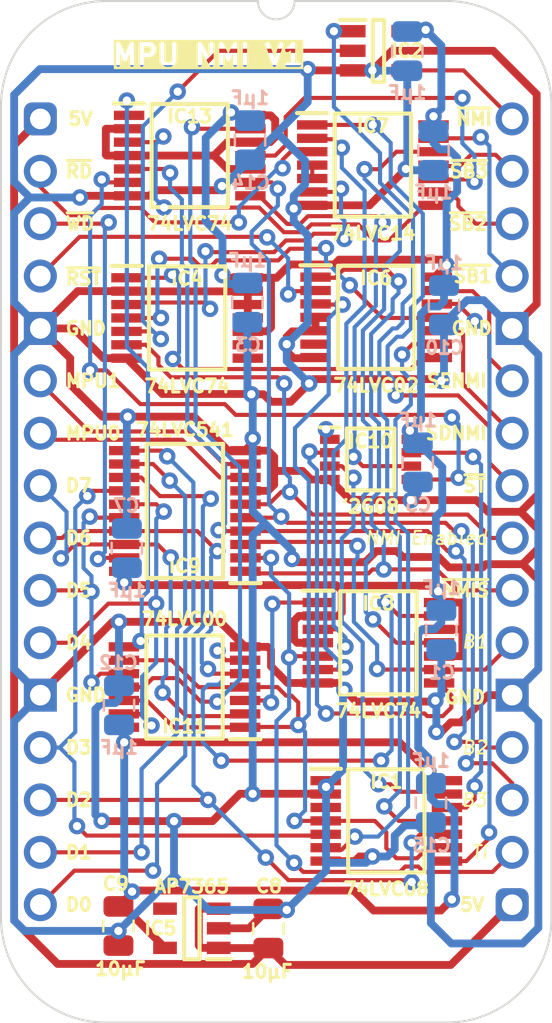
<source format=kicad_pcb>
(kicad_pcb (version 20240108) (generator "pcbnew") (generator_version "8.0")
  (title_block (title "MPU NMI") (date "2024-02-22") (rev "V1"))
  (layers (0 "F.Cu" signal) (31 "B.Cu" signal) (34 "B.Paste" user) (35 "F.Paste" user) (36 "B.SilkS" user "B.Silkscreen") (37 "F.SilkS" user "F.Silkscreen") (38 "B.Mask" user) (39 "F.Mask" user) (44 "Edge.Cuts" user))
  (net 0 "")
  (net 1 "GND")
  (net 2 "5V")
  (net 3 "/3.3V")
  (net 5 "D5")
  (net 6 "/NMI State·WD")
  (net 7 "D4")
  (net 8 "~{NMI}")
  (net 9 "NMI Enabled")
  (net 10 "/Write Enable NMI")
  (net 11 "Set Disable NMI")
  (net 12 "Set Enable NMI")
  (net 13 "~{NMI State}")
  (net 14 "~{WD}")
  (net 15 "~{Set Timer}")
  (net 16 "~{Set Break}_{2}")
  (net 18 "~{Set Break}_{3}")
  (net 19 "~{Set Break}_{1}")
  (net 22 "/Set Timer")
  (net 23 "/Set Break_{1}")
  (net 24 "~{Reset}")
  (net 25 "/Write Disable NMI")
  (net 26 "/~{Unmasked NMI}")
  (net 27 "/~{Timer}·~{Break}_{1}")
  (net 28 "/~{Break}_{2}·~{Break}_{3}")
  (net 29 "/Set Break_{2}")
  (net 30 "/Set Break_{3}")
  (net 31 "/NMI Mask")
  (net 32 "/~{Disable NMI}")
  (net 33 "/~{Enable NMI}")
  (net 34 "Break_{1}")
  (net 36 "Timer")
  (net 37 "D3")
  (net 38 "/~{Clear Timer}")
  (net 39 "D2")
  (net 40 "/~{Timer}")
  (net 41 "/~{Break}_{1}")
  (net 42 "MPU0")
  (net 43 "D1")
  (net 44 "/~{Clear Break}_{1}")
  (net 45 "D7")
  (net 46 "MPU1")
  (net 47 "/~{Break}_{2}")
  (net 48 "/~{Break}_{3}")
  (net 49 "/~{Clear Break}_{2}")
  (net 50 "/~{Clear Break}_{3}")
  (net 51 "Break_{3}")
  (net 52 "Break_{2}")
  (net 53 "~{RD}")
  (net 54 "D0")
  (net 55 "D6")
  (net 56 "/~{Reset}_{2}")
  (net 57 "/Reset")
  (footprint "SamacSys_Parts:SOP65P640X110-14N" (layer "F.Cu") (at 7.112 9.652)
    (property "Reference" "IC4")
    (property "Value" "74LVC74APW,118" (hide yes))
  )
  (footprint "SamacSys_Parts:SOP65P640X110-14N" (layer "F.Cu") (at 16.383 25.4)
    (property "Reference" "IC8")
    (property "Value" "74LVC74APW,118" (hide yes))
  )
  (footprint "SamacSys_Parts:SOP65P640X110-14N" (layer "F.Cu") (at 6.985 27.548 180)
    (property "Reference" "IC11")
    (property "Value" "74LVC00APW,112" (hide yes))
  )
  (footprint "SamacSys_Parts:C_0805" (layer "F.Cu") (at 11.049 39.2684)
    (property "Reference" "C8")
    (property "Value" "10μF")
  )
  (footprint "SamacSys_Parts:SOP65P640X110-14N" (layer "F.Cu") (at 16.764 34.036)
    (property "Reference" "IC1")
    (property "Value" "74LVC08APW,112" (hide yes))
  )
  (footprint "SamacSys_Parts:SOP65P400X110-8N" (layer "F.Cu") (at 16.002 16.51)
    (property "Reference" "IC10")
    (property "Value" "74LVC2G08DP-Q100H" (hide yes))
  )
  (footprint "SamacSys_Parts:C_0805" (layer "F.Cu") (at 3.7846 39.116 180)
    (property "Reference" "C9")
    (property "Value" "10μF")
  )
  (footprint "SamacSys_Parts:SOT95P285X130-5N" (layer "F.Cu") (at 7.3406 39.243 180)
    (property "Reference" "IC5")
    (property "Value" "AP7365-33WG-7" (hide yes))
  )
  (footprint "SamacSys_Parts:SOT95P275X110-5N" (layer "F.Cu") (at 16.383 -3.302)
    (property "Reference" "IC2")
    (property "Value" "74LVC1G32GV,125" (hide yes))
  )
  (footprint "SamacSys_Parts:SOP65P640X110-20N" (layer "F.Cu") (at 7.002 19.009 180)
    (property "Reference" "IC9")
    (property "Value" "74LVC541APW,118" (hide yes))
  )
  (footprint "SamacSys_Parts:DIP-32_Board_W22.86mm" (layer "F.Cu") (at 0 0)
    (property "Reference" "J2" (hide yes))
    (property "Value" "Conn_02x16_Counter_Clockwise" (hide yes))
    (fp_line (start -1.905 -0.635) (end -1.905 38.735) (stroke (width 0.1)) (layer "Edge.Cuts"))
    (fp_line (start 10.541 -5.715) (end 3.175 -5.715) (stroke (width 0.1)) (layer "Edge.Cuts"))
    (fp_line (start 19.685 -5.715) (end 12.319 -5.715) (stroke (width 0.1)) (layer "Edge.Cuts"))
    (fp_line (start 19.685 43.815) (end 3.175 43.815) (stroke (width 0.1)) (layer "Edge.Cuts"))
    (fp_line (start 24.765 38.735) (end 24.765 -0.635) (stroke (width 0.1)) (layer "Edge.Cuts"))
    (fp_arc (start -1.905 -0.635) (mid -0.417102 -4.227102) (end 3.175 -5.715) (stroke (width 0.1)) (layer "Edge.Cuts"))
    (fp_arc (start 3.175 43.815) (mid -0.417102 42.327102) (end -1.905 38.735) (stroke (width 0.1)) (layer "Edge.Cuts"))
    (fp_arc (start 12.319 -5.715) (mid 11.43 -4.826) (end 10.541 -5.715) (stroke (width 0.1)) (layer "Edge.Cuts"))
    (fp_arc (start 19.685 -5.715) (mid 23.277102 -4.227102) (end 24.765 -0.635) (stroke (width 0.1)) (layer "Edge.Cuts"))
    (fp_arc (start 24.765 38.735) (mid 23.277102 42.327102) (end 19.685 43.815) (stroke (width 0.1)) (layer "Edge.Cuts"))
  )
  (footprint "SamacSys_Parts:SOP65P640X110-14N" (layer "F.Cu") (at 7.239 1.778)
    (property "Reference" "IC13")
    (property "Value" "74LVC74APW,118" (hide yes))
  )
  (footprint "SamacSys_Parts:SOP65P640X110-14N" (layer "F.Cu") (at 16.273 9.622)
    (property "Reference" "IC6")
    (property "Value" "74LVC02APW,118" (hide yes))
  )
  (footprint "SamacSys_Parts:SOP65P640X110-14N" (layer "F.Cu") (at 16.112 2.241)
    (property "Reference" "IC7")
    (property "Value" "74LVC14APW,118" (hide yes))
  )
  (footprint "SamacSys_Parts:C_0805" (layer "B.Cu") (at 18.923 33.147)
    (property "Reference" "C15")
    (property "Value" "1μF")
  )
  (footprint "SamacSys_Parts:C_0805" (layer "B.Cu") (at 18.288 16.637)
    (property "Reference" "C5")
    (property "Value" "1μF")
  )
  (footprint "SamacSys_Parts:PinHeader_1x16_P2.54mm_Vertical" (layer "B.Cu") (at 22.86 0 180)
    (property "Reference" "J1" (hide yes))
    (property "Value" "Pin_Header_01x16")
  )
  (footprint "SamacSys_Parts:C_0805" (layer "B.Cu") (at 19.558 9.017)
    (property "Reference" "C10")
    (property "Value" "1μF")
  )
  (footprint "SamacSys_Parts:C_0805" (layer "B.Cu") (at 19.431 24.765)
    (property "Reference" "C1")
    (property "Value" "1μF")
  )
  (footprint "SamacSys_Parts:C_0805" (layer "B.Cu") (at 19.05 1.524)
    (property "Reference" "C2" (hide yes))
    (property "Value" "1μF")
  )
  (footprint "SamacSys_Parts:C_0805" (layer "B.Cu") (at 17.78 -3.302)
    (property "Reference" "C6" (hide yes))
    (property "Value" "1μF")
  )
  (footprint "SamacSys_Parts:C_0805" (layer "B.Cu") (at 10.033 8.89)
    (property "Reference" "C3")
    (property "Value" "1μF")
  )
  (footprint "SamacSys_Parts:PinHeader_1x16_P2.54mm_Vertical" (layer "B.Cu") (at 0 0 180)
    (property "Reference" "J3" (hide yes))
    (property "Value" "Pin_Header_01x16")
  )
  (footprint "SamacSys_Parts:C_0805" (layer "B.Cu") (at 10.16 1.016)
    (property "Reference" "C14")
    (property "Value" "1μF")
  )
  (footprint "SamacSys_Parts:C_0805" (layer "B.Cu") (at 4.191 20.828 180)
    (property "Reference" "C7")
    (property "Value" "1μF")
  )
  (footprint "SamacSys_Parts:C_0805" (layer "B.Cu") (at 3.81 28.448 180)
    (property "Reference" "C12")
    (property "Value" "1μF")
  )
  (gr_text "5V" (at 1.27 0 0) (layer "F.SilkS") (effects (font (size 0.635 0.635)) (justify left)))
  (gr_text "D1" (at 1.143 35.56 0) (layer "F.SilkS") (effects (font (size 0.635 0.635)) (justify left)))
  (gr_text "5V" (at 21.59 38.1 0) (layer "F.SilkS") (effects (font (size 0.635 0.635)) (justify right)))
  (gr_text "NMI Enabled" (at 21.7424 20.32 0) (layer "F.SilkS") (effects (font (size 0.635 0.635) (thickness 0.1) (italic yes)) (justify right)))
  (gr_text "~{ST}" (at 21.6916 17.78 0) (layer "F.SilkS") (effects (font (size 0.635 0.635)) (justify right)))
  (gr_text "~{SB1}" (at 21.971 7.62 0) (layer "F.SilkS") (effects (font (size 0.635 0.635)) (justify right)))
  (gr_text "D6" (at 1.143 20.32 0) (layer "F.SilkS") (effects (font (size 0.635 0.635)) (justify left)))
  (gr_text "B3" (at 21.717 33.02 0) (layer "F.SilkS") (effects (font (size 0.635 0.635) (thickness 0.1) (italic yes)) (justify right)))
  (gr_text "B1" (at 21.7424 25.3492 0) (layer "F.SilkS") (effects (font (size 0.635 0.635) (thickness 0.1) (italic yes)) (justify right)))
  (gr_text "Ti" (at 21.7424 35.56 0) (layer "F.SilkS") (effects (font (size 0.635 0.635) (thickness 0.1) (italic yes)) (justify right)))
  (gr_text "GND" (at 21.971 10.16 0) (layer "F.SilkS") (effects (font (size 0.635 0.635)) (justify right)))
  (gr_text "GND" (at 1.143 27.94 0) (layer "F.SilkS") (effects (font (size 0.635 0.635)) (justify left)))
  (gr_text "D4" (at 1.143 25.4 0) (layer "F.SilkS") (effects (font (size 0.635 0.635)) (justify left)))
  (gr_text "D0" (at 1.143 38.1 0) (layer "F.SilkS") (effects (font (size 0.635 0.635)) (justify left)))
  (gr_text "SENMI" (at 21.717 12.7 0) (layer "F.SilkS") (effects (font (size 0.635 0.635)) (justify right)))
  (gr_text "D7" (at 1.143 17.78 0) (layer "F.SilkS") (effects (font (size 0.635 0.635)) (justify left)))
  (gr_text "B2" (at 21.7424 30.48 0) (layer "F.SilkS") (effects (font (size 0.635 0.635) (thickness 0.1) (italic yes)) (justify right)))
  (gr_text "MPU0" (at 1.143 15.24 0) (layer "F.SilkS") (effects (font (size 0.635 0.635)) (justify left)))
  (gr_text "D5" (at 1.143 22.86 0) (layer "F.SilkS") (effects (font (size 0.635 0.635)) (justify left)))
  (gr_text "~{RD}" (at 1.143 2.54 0) (layer "F.SilkS") (effects (font (size 0.635 0.635)) (justify left)))
  (gr_text "~{SB3}" (at 21.7932 2.54 0) (layer "F.SilkS") (effects (font (size 0.635 0.635)) (justify right)))
  (gr_text "~{SB2}" (at 21.7424 5.08 0) (layer "F.SilkS") (effects (font (size 0.635 0.635)) (justify right)))
  (gr_text "D3" (at 1.143 30.48 0) (layer "F.SilkS") (effects (font (size 0.635 0.635)) (justify left)))
  (gr_text "D2" (at 1.143 33.02 0) (layer "F.SilkS") (effects (font (size 0.635 0.635)) (justify left)))
  (gr_text "~{RST}" (at 1.143 7.747 0) (layer "F.SilkS") (effects (font (size 0.635 0.635)) (justify left)))
  (gr_text "~{NMI}" (at 21.971 0 0) (layer "F.SilkS") (effects (font (size 0.635 0.635)) (justify right)))
  (gr_text "MPU1" (at 1.143 12.7 0) (layer "F.SilkS") (effects (font (size 0.635 0.635)) (justify left)))
  (gr_text "MPU NMI V1" (at 8.128 -2.4892 0) (layer "F.SilkS" knockout) (effects (font (size 1 1) (thickness 0.2) (bold yes)) (justify bottom)))
  (gr_text "GND" (at 21.6408 28.0416 0) (layer "F.SilkS") (effects (font (size 0.635 0.635)) (justify right)))
  (gr_text "SDNMI" (at 21.717 15.24 0) (layer "F.SilkS") (effects (font (size 0.635 0.635)) (justify right)))
  (gr_text "~{WD}" (at 1.143 5.08 0) (layer "F.SilkS") (effects (font (size 0.635 0.635)) (justify left)))
  (gr_text "~{NMIS}" (at 21.844 22.86 0) (layer "F.SilkS") (effects (font (size 0.635 0.635)) (justify right)))
  (gr_text "GND" (at 1.143 10.16 0) (layer "F.SilkS") (effects (font (size 0.635 0.635)) (justify left)))
  (segment (start 22.86 27.94) (end 24.13 26.67) (width 0.38) (layer "F.Cu") (net 1))
  (segment (start 20.3708 29.2608) (end 21.6916 27.94) (width 0.38) (layer "F.Cu") (net 1))
  (segment (start 11.0155 25.598) (end 9.923 25.598) (width 0.38) (layer "F.Cu") (net 1))
  (segment (start 9.923 25.598) (end 8.70899 24.38399) (width 0.38) (layer "F.Cu") (net 1))
  (segment (start 8.344001 34.048228) (end 6.477 34.048228) (width 0.38) (layer "F.Cu") (net 1))
  (segment (start 11.3284 17.0688) (end 11.3284 16.3799) (width 0.38) (layer "F.Cu") (net 1))
  (segment (start 21.6916 19.05) (end 21.1256 18.484) (width 0.38) (layer "F.Cu") (net 1))
  (segment (start 19.398273 21.343327) (end 19.296673 21.241727) (width 0.38) (layer "F.Cu") (net 1))
  (segment (start 24.13 22.352) (end 23.368001 21.59) (width 0.38) (layer "F.Cu") (net 1))
  (segment (start 4.174 11.602) (end 3.0565 11.602) (width 0.38) (layer "F.Cu") (net 1))
  (segment (start 12.192 21.336) (end 12.347 21.491) (width 0.38) (layer "F.Cu") (net 1))
  (segment (start 11.176 25.7585) (end 11.0155 25.598) (width 0.38) (layer "F.Cu") (net 1))
  (segment (start 19.348 12.617) (end 13.233623 12.617) (width 0.38) (layer "F.Cu") (net 1))
  (segment (start 0 27.882036) (end 3.498046 24.38399) (width 0.38) (layer "F.Cu") (net 1))
  (segment (start 21.6916 27.94) (end 22.86 27.94) (width 0.38) (layer "F.Cu") (net 1))
  (segment (start 12.276615 4.344307) (end 12.429922 4.191) (width 0.38) (layer "F.Cu") (net 1))
  (segment (start 12.2725 11.602) (end 11.938 11.2675) (width 0.38) (layer "F.Cu") (net 1))
  (segment (start 14.027 17.485) (end 13.1162 17.485) (width 0.38) (layer "F.Cu") (net 1))
  (segment (start 19.800793 21.745846) (end 21.434154 21.745846) (width 0.38) (layer "F.Cu") (net 1))
  (segment (start 10.811053 13.351053) (end 11.176 13.716) (width 0.38) (layer "F.Cu") (net 1))
  (segment (start 11.3284 16.3799) (end 11.0325 16.084) (width 0.38) (layer "F.Cu") (net 1))
  (segment (start 14.395996 27.35) (end 14.731998 27.686002) (width 0.38) (layer "F.Cu") (net 1))
  (segment (start 9.94 16.055) (end 10.290327 15.704673) (width 0.38) (layer "F.Cu") (net 1))
  (segment (start 13.318 11.602) (end 12.2725 11.602) (width 0.38) (layer "F.Cu") (net 1))
  (segment (start 24.13 18.192915) (end 23.272915 19.05) (width 0.38) (layer "F.Cu") (net 1))
  (segment (start 12.429922 4.191) (end 13.174 4.191) (width 0.38) (layer "F.Cu") (net 1))
  (segment (start 13.826 32.736) (end 13.826 32.622) (width 0.38) (layer "F.Cu") (net 1))
  (segment (start 19.888201 29.2608) (end 20.3708 29.2608) (width 0.38) (layer "F.Cu") (net 1))
  (segment (start 13.716 32.512) (end 13.826 32.402) (width 0.38) (layer "F.Cu") (net 1))
  (segment (start 8.801231 3.257622) (end 8.600853 3.458) (width 0.38) (layer "F.Cu") (net 1))
  (segment (start 13.771 32.721) (end 10.287 32.721) (width 0.38) (layer "F.Cu") (net 1))
  (segment (start 5.909857 13.337857) (end 10.212434 13.337857) (width 0.38) (layer "F.Cu") (net 1))
  (segment (start 1.809997 8.351997) (end 0.001994 10.16) (width 0.38) (layer "F.Cu") (net 1))
  (segment (start 21.9456 -3.302) (end 17.040206 -3.302) (width 0.38) (layer "F.Cu") (net 1))
  (segment (start 13.826 35.986) (end 15.24 35.986) (width 0.38) (layer "F.Cu") (net 1))
  (segment (start 10.05 9.002) (end 10.05 9.652) (width 0.38) (layer "F.Cu") (net 1))
  (segment (start 19.095377 28.251174) (end 19.140551 28.206) (width 0.38) (layer "F.Cu") (net 1))
  (segment (start 0 10.16) (end 1.446 11.606) (width 0.38) (layer "F.Cu") (net 1))
  (segment (start 1.998992 3.728) (end 1.916984 3.810008) (width 0.38) (layer "F.Cu") (net 1))
  (segment (start 19.398273 21.343327) (end 19.800793 21.745846) (width 0.38) (layer "F.Cu") (net 1))
  (segment (start 11.176 26.543) (end 11.176 25.7585) (width 0.38) (layer "F.Cu") (net 1))
  (segment (start 8.600853 3.458) (end 5.571885 3.458) (width 0.38) (layer "F.Cu") (net 1))
  (segment (start 11.557 38.354) (end 11.938 38.354) (width 0.38) (layer "F.Cu") (net 1))
  (segment (start 12.668 10.302) (end 12.2005 10.302) (width 0.38) (layer "F.Cu") (net 1))
  (segment (start 3.7846 40.082) (end 3.7846 39.370016) (width 0.38) (layer "F.Cu") (net 1))
  (segment (start 7.451831 14.436831) (end 4.232151 14.436831) (width 0.38) (layer "F.Cu") (net 1))
  (segment (start 10.1084 39.243) (end 11.049 38.3024) (width 0.38) (layer "F.Cu") (net 1))
  (segment (start 4.174 11.602) (end 5.909857 13.337857) (width 0.38) (layer "F.Cu") (net 1))
  (segment (start 5.301885 3.728) (end 4.301 3.728) (width 0.38) (layer "F.Cu") (net 1))
  (segment (start 10.212434 13.337857) (end 10.22563 13.351053) (width 0.38) (layer "F.Cu") (net 1))
  (segment (start 15.948609 4.191) (end 13.174 4.191) (width 0.38) (layer "F.Cu") (net 1))
  (segment (start 10.290327 15.704673) (end 10.290327 15.490665) (width 0.38) (layer "F.Cu") (net 1))
  (segment (start 13.335 10.272) (end 13.335 9.622) (width 0.38) (layer "F.Cu") (net 1))
  (segment (start 2.982228 34.048228) (end 2.97 34.036) (width 0.38) (layer "F.Cu") (net 1))
  (segment (start 19.296673 21.241727) (end 17.558727 21.241727) (width 0.38) (layer "F.Cu") (net 1))
  (segment (start 24.13 11.43) (end 24.13 18.192915) (width 0.38) (layer "F.Cu") (net 1))
  (segment (start 15.465 35.761) (end 15.24 35.986) (width 0.38) (layer "F.Cu") (net 1))
  (segment (start 17.558727 21.241727) (end 17.272 20.955) (width 0.38) (layer "F.Cu") (net 1))
  (segment (start 17.712498 2.427111) (end 15.948609 4.191) (width 0.38) (layer "F.Cu") (net 1))
  (segment (start 8.70899 24.38399) (end 3.81 24.38399) (width 0.38) (layer "F.Cu") (net 1))
  (segment (start 24.13 19.907085) (end 23.272915 19.05) (width 0.38) (layer "F.Cu") (net 1))
  (segment (start 16.174211 18.484) (end 17.946327 18.484) (width 0.38) (layer "F.Cu") (net 1))
  (segment (start 24.05 -1.1976) (end 21.9456 -3.302) (width 0.38) (layer "F.Cu") (net 1))
  (segment (start 23.272915 19.05) (end 21.6916 19.05) (width 0.38) (layer "F.Cu") (net 1))
  (segment (start 12.2005 10.302) (end 11.938 10.5645) (width 0.38) (layer "F.Cu") (net 1))
  (segment (start 16.09195 35.761) (end 15.465 35.761) (width 0.38) (layer "F.Cu") (net 1))
  (segment (start 11.3284 17.7381) (end 11.3284 17.0688) (width 0.38) (layer "F.Cu") (net 1))
  (segment (start 16.15521 18.465) (end 16.174211 18.484) (width 0.38) (layer "F.Cu") (net 1))
  (segment (start 21.59 21.59) (end 23.368001 21.59) (width 0.38) (layer "F.Cu") (net 1))
  (segment (start 15.7454 21.491) (end 16.2814 20.955) (width 0.38) (layer "F.Cu") (net 1))
  (segment (start 23.368001 21.59) (end 24.13 20.828) (width 0.38) (layer "F.Cu") (net 1))
  (segment (start 3.498046 24.38399) (end 3.81 24.38399) (width 0.38) (layer "F.Cu") (net 1))
  (segment (start 4.184769 8.362769) (end 10.039231 8.362769) (width 0.38) (layer "F.Cu") (net 1))
  (segment (start 5.571885 3.458) (end 5.301885 3.728) (width 0.38) (layer "F.Cu") (net 1))
  (segment (start 3.0565 11.602) (end 1.6145 10.16) (width 0.38) (layer "F.Cu") (net 1))
  (segment (start 1.6145 10.16) (end 0 10.16) (width 0.38) (layer "F.Cu") (net 1))
  (segment (start 16.090206 -2.352) (end 16.090212 -2.352006) (width 0.38) (layer "F.Cu") (net 1))
  (segment (start 15.29717 28.251174) (end 19.095377 28.251174) (width 0.38) (layer "F.Cu") (net 1))
  (segment (start 13.233623 12.617) (end 13.023623 12.827) (width 0.38) (layer "F.Cu") (net 1))
  (segment (start 22.86 10.16) (end 24.13 11.43) (width 0.38) (layer "F.Cu") (net 1))
  (segment (start 12.134623 13.716) (end 13.023623 12.827) (width 0.38) (layer "F.Cu") (net 1))
  (segment (start 10.05 9.002) (end 10.05 8.352) (width 0.38) (layer "F.Cu") (net 1))
  (segment (start 15.133 -2.352) (end 13.014992 -2.352) (width 0.38) (layer "F.Cu") (net 1))
  (segment (start 3.006831 14.436831) (end 4.232151 14.436831) (width 0.38) (layer "F.Cu") (net 1))
  (segment (start 11.176 13.716) (end 12.134623 13.716) (width 0.38) (layer "F.Cu") (net 1))
  (segment (start 4.301 3.728) (end 1.998992 3.728) (width 0.38) (layer "F.Cu") (net 1))
  (segment (start 9.099 16.084) (end 7.451831 14.436831) (width 0.38) (layer "F.Cu") (net 1))
  (segment (start 19.431695 29.717306) (end 19.888201 29.2608) (width 0.38) (layer "F.Cu") (net 1))
  (segment (start 13.445 27.35) (end 11.983 27.35) (width 0.38) (layer "F.Cu") (net 1))
  (segment (start 11.938 11.2675) (end 11.938 10.922) (width 0.38) (layer "F.Cu") (net 1))
  (segment (start 11.938 10.5645) (end 11.938 10.922) (width 0.38) (layer "F.Cu") (net 1))
  (segment (start 14.731998 27.686002) (end 15.29717 28.251174) (width 0.38) (layer "F.Cu") (net 1))
  (segment (start 12.7 17.0688) (end 11.3284 17.0688) (width 0.38) (layer "F.Cu") (net 1))
  (segment (start 10.287 32.721) (end 9.671229 32.721) (width 0.38) (layer "F.Cu") (net 1))
  (segment (start 10.22563 13.351053) (end 10.811053 13.351053) (width 0.38) (layer "F.Cu") (net 1))
  (segment (start 13.014992 -2.352) (end 12.953992 -2.413) (width 0.38) (layer "F.Cu") (net 1))
  (segment (start 13.445 27.35) (end 14.395996 27.35) (width 0.38) (layer "F.Cu") (net 1))
  (segment (start 13.1162 17.485) (end 12.7 17.0688) (width 0.38) (layer "F.Cu") (net 1))
  (segment (start 15.007 18.465) (end 16.15521 18.465) (width 0.38) (layer "F.Cu") (net 1))
  (segment (start 17.040206 -3.302) (end 16.090212 -2.352006) (width 0.38) (layer "F.Cu") (net 1))
  (segment (start 1.446 12.876) (end 3.006831 14.436831) (width 0.38) (layer "F.Cu") (net 1))
  (segment (start 9.671229 32.721) (end 8.344001 34.048228) (width 0.38) (layer "F.Cu") (net 1))
  (segment (start 15.133 -2.352) (end 16.090206 -2.352) (width 0.38) (layer "F.Cu") (net 1))
  (segment (start 21.1256 18.484) (end 17.946327 18.484) (width 0.38) (layer "F.Cu") (net 1))
  (segment (start 13.826 32.402) (end 13.826 32.086) (width 0.38) (layer "F.Cu") (net 1))
  (segment (start 11.0325 18.034) (end 11.3284 17.7381) (width 0.38) (layer "F.Cu") (net 1))
  (segment (start 12.347 21.491) (end 15.7454 21.491) (width 0.38) (layer "F.Cu") (net 1))
  (segment (start 24.13 26.67) (end 24.13 22.352) (width 0.38) (layer "F.Cu") (net 1))
  (segment (start 21.434154 21.745846) (end 21.59 21.59) (width 0.38) (layer "F.Cu") (net 1))
  (segment (start 11.0325 16.084) (end 9.94 16.084) (width 0.38) (layer "F.Cu") (net 1))
  (segment (start 14.027 17.485) (end 15.007 18.465) (width 0.38) (layer "F.Cu") (net 1))
  (segment (start 1.446 11.606) (end 1.446 12.876) (width 0.38) (layer "F.Cu") (net 1))
  (segment (start 3.7846 39.370016) (end 3.784616 39.37) (width 0.38) (layer "F.Cu") (net 1))
  (segment (start 11.983 27.35) (end 11.176 26.543) (width 0.38) (layer "F.Cu") (net 1))
  (segment (start 19.431 12.7) (end 19.348 12.617) (width 0.38) (layer "F.Cu") (net 1))
  (segment (start 16.2814 20.955) (end 17.272 20.955) (width 0.38) (layer "F.Cu") (net 1))
  (segment (start 9.94 18.034) (end 11.0325 18.034) (width 0.38) (layer "F.Cu") (net 1))
  (segment (start 6.477 34.048228) (end 2.982228 34.048228) (width 0.38) (layer "F.Cu") (net 1))
  (segment (start 24.05 8.97) (end 24.05 -1.1976) (width 0.38) (layer "F.Cu") (net 1))
  (segment (start 22.86 10.16) (end 24.05 8.97) (width 0.38) (layer "F.Cu") (net 1))
  (segment (start 1.81 8.352) (end 1.809997 8.351997) (width 0.38) (layer "F.Cu") (net 1))
  (segment (start 19.187978 29.717306) (end 19.431695 29.717306) (width 0.38) (layer "F.Cu") (net 1))
  (segment (start 9.94 16.084) (end 9.099 16.084) (width 0.38) (layer "F.Cu") (net 1))
  (segment (start 8.6406 39.243) (end 10.1084 39.243) (width 0.38) (layer "F.Cu") (net 1))
  (segment (start 13.826 32.622) (end 13.716 32.512) (width 0.38) (layer "F.Cu") (net 1))
  (segment (start 24.13 20.828) (end 24.13 19.907085) (width 0.38) (layer "F.Cu") (net 1))
  (segment (start 4.174 8.352) (end 1.81 8.352) (width 0.38) (layer "F.Cu") (net 1))
  (via (at 10.287 32.721) (size 0.8) (drill 0.4) (layers "F.Cu" "B.Cu") (net 1))
  (via (at 13.023623 12.827) (size 0.8) (drill 0.4) (layers "F.Cu" "B.Cu") (net 1))
  (via (at 2.97 34.036) (size 0.8) (drill 0.4) (layers "F.Cu" "B.Cu") (net 1))
  (via (at 12.953992 -2.413) (size 0.8) (drill 0.4) (layers "F.Cu" "B.Cu") (net 1))
  (via (at 12.276615 4.344307) (size 0.8) (drill 0.4) (layers "F.Cu" "B.Cu") (net 1))
  (via (at 1.916984 3.810008) (size 0.8) (drill 0.4) (layers "F.Cu" "B.Cu") (net 1))
  (via (at 12.192 21.336) (size 0.8) (drill 0.4) (layers "F.Cu" "B.Cu") (net 1))
  (via (at 3.784616 39.37) (size 0.8) (drill 0.4) (layers "F.Cu" "B.Cu") (net 1))
  (via (at 16.09195 35.761) (size 0.8) (drill 0.4) (layers "F.Cu" "B.Cu") (net 1))
  (via (at 8.801231 3.257622) (size 0.8) (drill 0.4) (layers "F.Cu" "B.Cu") (net 1))
  (via (at 14.731998 27.686002) (size 0.8) (drill 0.4) (layers "F.Cu" "B.Cu") (net 1))
  (via (at 19.187978 29.717306) (size 0.8) (drill 0.4) (layers "F.Cu" "B.Cu") (net 1))
  (via (at 17.712498 2.427111) (size 0.8) (drill 0.4) (layers "F.Cu" "B.Cu") (net 1))
  (via (at 19.140551 28.206) (size 0.8) (drill 0.4) (layers "F.Cu" "B.Cu") (net 1))
  (via (at 16.090212 -2.352006) (size 0.8) (drill 0.4) (layers "F.Cu" "B.Cu") (net 1))
  (via (at 17.946327 18.484) (size 0.8) (drill 0.4) (layers "F.Cu" "B.Cu") (net 1))
  (via (at 11.938 38.354) (size 0.8) (drill 0.4) (layers "F.Cu" "B.Cu") (net 1))
  (via (at 10.22563 13.351053) (size 0.8) (drill 0.4) (layers "F.Cu" "B.Cu") (net 1))
  (via (at 4.232151 14.436831) (size 0.8) (drill 0.4) (layers "F.Cu" "B.Cu") (net 1))
  (via (at 3.81 24.38399) (size 0.8) (drill 0.4) (layers "F.Cu" "B.Cu") (net 1))
  (via (at 13.843 32.385) (size 0.8) (drill 0.4) (layers "F.Cu" "B.Cu") (net 1))
  (via (at 11.938 10.922) (size 0.8) (drill 0.4) (layers "F.Cu" "B.Cu") (net 1))
  (via (at 10.290327 15.490665) (size 0.8) (drill 0.4) (layers "F.Cu" "B.Cu") (net 1))
  (via (at 6.477 34.048228) (size 0.8) (drill 0.4) (layers "F.Cu" "B.Cu") (net 1))
  (via (at 19.431 12.7) (size 0.8) (drill 0.4) (layers "F.Cu" "B.Cu") (net 1))
  (segment (start 3.6326 28.3206) (end 2.9714 28.3206) (width 0.38) (layer "B.Cu") (net 1))
  (segment (start 24.13 29.21) (end 24.13 39.2176) (width 0.38) (layer "B.Cu") (net 1))
  (segment (start -0.0254 -2.413) (end -1.27 -1.1684) (width 0.38) (layer "B.Cu") (net 1))
  (segment (start 8.884378 3.257622) (end 8.801231 3.257622) (width 0.38) (layer "B.Cu") (net 1))
  (segment (start -0.762 39.37) (end 3.784616 39.37) (width 0.38) (layer "B.Cu") (net 1))
  (segment (start 18.908273 34.254727) (end 17.662873 34.254727) (width 0.38) (layer "B.Cu") (net 1))
  (segment (start 18.288 17.603) (end 18.288 18.142327) (width 0.38) (layer "B.Cu") (net 1))
  (segment (start 12.276615 4.961415) (end 12.276615 4.344307) (width 0.38) (layer "B.Cu") (net 1))
  (segment (start 16.817 35.761) (end 16.09195 35.761) (width 0.38) (layer "B.Cu") (net 1))
  (segment (start 17.78 -2.336) (end 16.106218 -2.336) (width 0.38) (layer "B.Cu") (net 1))
  (segment (start -1.27 8.89) (end -1.27 4.572) (width 0.38) (layer "B.Cu") (net 1))
  (segment (start 13.843 32.385) (end 13.843 36.449) (width 0.38) (layer "B.Cu") (net 1))
  (segment (start 14.668496 27.749504) (end 14.731998 27.686002) (width 0.38) (layer "B.Cu") (net 1))
  (segment (start 17.1704 34.7472) (end 17.1704 35.4076) (width 0.38) (layer "B.Cu") (net 1))
  (segment (start 19.431 25.731) (end 19.431 27.915551) (width 0.38) (layer "B.Cu") (net 1))
  (segment (start 0 10.16) (end -1.27 11.43) (width 0.38) (layer "B.Cu") (net 1))
  (segment (start 12.827 2.032) (end 11.4685 0.6735) (width 0.38) (layer "B.Cu") (net 1))
  (segment (start 12.276615 3.725385) (end 12.827 3.175) (width 0.38) (layer "B.Cu") (net 1))
  (segment (start 18.288 18.142327) (end 17.946327 18.484) (width 0.38) (layer "B.Cu") (net 1))
  (segment (start 19.558 12.573) (end 19.431 12.7) (width 0.38) (layer "B.Cu") (net 1))
  (segment (start 16.106218 -2.336) (end 16.090212 -2.352006) (width 0.38) (layer "B.Cu") (net 1))
  (segment (start 12.953992 -2.413) (end -0.0254 -2.413) (width 0.38) (layer "B.Cu") (net 1))
  (segment (start 4.191 19.862) (end 4.191 14.477982) (width 0.38) (layer "B.Cu") (net 1))
  (segment (start 19.187978 28.253427) (end 19.140551 28.206) (width 0.38) (layer "B.Cu") (net 1))
  (segment (start 12.276615 4.344307) (end 12.276615 3.725385) (width 0.38) (layer "B.Cu") (net 1))
  (segment (start -1.27 38.862) (end -0.762 39.37) (width 0.38) (layer "B.Cu") (net 1))
  (segment (start 17.712498 2.427111) (end 17.78 2.359609) (width 0.38) (layer "B.Cu") (net 1))
  (segment (start -1.27 8.89) (end 0 10.16) (width 0.38) (layer "B.Cu") (net 1))
  (segment (start 18.923 38.989) (end 18.923 34.113) (width 0.38) (layer "B.Cu") (net 1))
  (segment (start 1.916976 3.81) (end 1.916984 3.810008) (width 0.38) (layer "B.Cu") (net 1))
  (segment (start 19.431 27.915551) (end 19.140551 28.206) (width 0.38) (layer "B.Cu") (net 1))
  (segment (start -1.27 26.67) (end 0 27.94) (width 0.38) (layer "B.Cu") (net 1))
  (segment (start 10.287 20.193) (end 10.287 32.721) (width 0.38) (layer "B.Cu") (net 1))
  (segment (start 13.843 32.385) (end 14.668496 31.559504) (width 0.38) (layer "B.Cu") (net 1))
  (segment (start 12.827 3.175) (end 12.827 2.032) (width 0.38) (layer "B.Cu") (net 1))
  (segment (start -1.27 4.572) (end -0.508 3.81) (width 0.38) (layer "B.Cu") (net 1))
  (segment (start 22.86 10.16) (end 24.13 11.43) (width 0.38) (layer "B.Cu") (net 1))
  (segment (start 3.784616 39.37) (end 6.477 36.677616) (width 0.38) (layer "B.Cu") (net 1))
  (segment (start 24.13 11.43) (end 24.13 26.67) (width 0.38) (layer "B.Cu") (net 1))
  (segment (start 13.843 36.449) (end 11.938 38.354) (width 0.38) (layer "B.Cu") (net 1))
  (segment (start 12.954 9.906) (end 12.954 5.6388) (width 0.38) (layer "B.Cu") (net 1))
  (segment (start 10.873404 19.606596) (end 10.287 20.193) (width 0.38) (layer "B.Cu") (net 1))
  (segment (start 21.4884 8.7884) (end 22.86 10.16) (width 0.38) (layer "B.Cu") (net 1))
  (segment (start -1.27 29.21) (end -1.27 38.862) (width 0.38) (layer "B.Cu") (net 1))
  (segment (start 2.667 28.625) (end 2.667 33.733) (width 0.38) (layer "B.Cu") (net 1))
  (segment (start 2.667 33.733) (end 2.97 34.036) (width 0.38) (layer "B.Cu") (net 1))
  (segment (start 3.81 27.482) (end 3.81 24.38399) (width 0.38) (layer "B.Cu") (net 1))
  (segment (start 8.153384 38.354) (end 11.938 38.354) (width 0.38) (layer "B.Cu") (net 1))
  (segment (start 19.558 9.906) (end 20.6756 8.7884) (width 0.38) (layer "B.Cu") (net 1))
  (segment (start 10.290327 15.490665) (end 10.290327 13.41575) (width 0.38) (layer "B.Cu") (net 1))
  (segment (start 19.9136 39.9796) (end 18.923 38.989) (width 0.38) (layer "B.Cu") (net 1))
  (segment (start -1.27 -1.1684) (end -1.27 3.048) (width 0.38) (layer "B.Cu") (net 1))
  (segment (start 17.775387 2.49) (end 19.05 2.49) (width 0.38) (layer "B.Cu") (net 1))
  (segment (start 4.191 14.477982) (end 4.232151 14.436831) (width 0.38) (layer "B.Cu") (net 1))
  (segment (start 15.78495 36.068) (end 16.09195 35.761) (width 0.38) (layer "B.Cu") (net 1))
  (segment (start 23.368 39.9796) (end 19.9136 39.9796) (width 0.38) (layer "B.Cu") (net 1))
  (segment (start 24.13 39.2176) (end 23.368 39.9796) (width 0.38) (layer "B.Cu") (net 1))
  (segment (start 12.953992 -0.811992) (end 12.953992 -2.413) (width 0.38) (layer "B.Cu") (net 1))
  (segment (start 22.86 27.94) (end 24.13 29.21) (width 0.38) (layer "B.Cu") (net 1))
  (segment (start 0 27.94) (end -1.27 29.21) (width 0.38) (layer "B.Cu") (net 1))
  (segment (start 12.192 21.336) (end 12.192 20.925192) (width 0.38) (layer "B.Cu") (net 1))
  (segment (start 11.4685 0.6735) (end 12.953992 -0.811992) (width 0.38) (layer "B.Cu") (net 1))
  (segment (start 10.873404 19.606596) (end 10.290327 19.023519) (width 0.38) (layer "B.Cu") (net 1))
  (segment (start 6.477 36.677616) (end 6.477 34.048228) (width 0.38) (layer "B.Cu") (net 1))
  (segment (start 12.954 5.6388) (end 12.276615 4.961415) (width 0.38) (layer "B.Cu") (net 1))
  (segment (start 13.023623 12.827) (end 11.938 11.741377) (width 0.38) (layer "B.Cu") (net 1))
  (segment (start 13.843 36.068) (end 15.78495 36.068) (width 0.38) (layer "B.Cu") (net 1))
  (segment (start 10.033 13.158423) (end 10.22563 13.351053) (width 0.38) (layer "B.Cu") (net 1))
  (segment (start 10.033 9.856) (end 10.033 13.158423) (width 0.38) (layer "B.Cu") (net 1))
  (segment (start 17.662873 34.254727) (end 17.1704 34.7472) (width 0.38) (layer "B.Cu") (net 1))
  (segment (start 3.81 27.482) (end 3.81 28.1432) (width 0.38) (layer "B.Cu") (net 1))
  (segment (start 17.712498 2.427111) (end 17.775387 2.49) (width 0.38) (layer "B.Cu") (net 1))
  (segment (start 11.938 11.741377) (end 11.938 10.922) (width 0.38) (layer "B.Cu") (net 1))
  (segment (start 10.16 1.982) (end 8.884378 3.257622) (width 0.38) (layer "B.Cu") (net 1))
  (segment (start 17.1704 35.4076) (end 16.817 35.761) (width 0.38) (layer "B.Cu") (net 1))
  (segment (start 19.558 9.983) (end 19.558 12.573) (width 0.38) (layer "B.Cu") (net 1))
  (segment (start -1.27 11.43) (end -1.27 26.67) (width 0.38) (layer "B.Cu") (net 1))
  (segment (start 3.81 28.1432) (end 3.6326 28.3206) (width 0.38) (layer "B.Cu") (net 1))
  (segment (start 17.78 2.359609) (end 17.78 -2.336) (width 0.38) (layer "B.Cu") (net 1))
  (segment (start 6.477 36.677616) (end 8.153384 38.354) (width 0.38) (layer "B.Cu") (net 1))
  (segment (start 19.187978 29.717306) (end 19.187978 28.253427) (width 0.38) (layer "B.Cu") (net 1))
  (segment (start 12.192 20.925192) (end 10.873404 19.606596) (width 0.38) (layer "B.Cu") (net 1))
  (segment (start 20.6756 8.7884) (end 21.4884 8.7884) (width 0.38) (layer "B.Cu") (net 1))
  (segment (start 2.9714 28.3206) (end 2.667 28.625) (width 0.38) (layer "B.Cu") (net 1))
  (segment (start 11.938 10.922) (end 12.954 9.906) (width 0.38) (layer "B.Cu") (net 1))
  (segment (start 10.16 1.982) (end 11.4685 0.6735) (width 0.38) (layer "B.Cu") (net 1))
  (segment (start 24.13 26.67) (end 22.86 27.94) (width 0.38) (layer "B.Cu") (net 1))
  (segment (start -1.27 3.048) (end -0.508 3.81) (width 0.38) (layer "B.Cu") (net 1))
  (segment (start 10.290327 19.023519) (end 10.290327 15.490665) (width 0.38) (layer "B.Cu") (net 1))
  (segment (start 10.290327 13.41575) (end 10.22563 13.351053) (width 0.38) (layer "B.Cu") (net 1))
  (segment (start -0.508 3.81) (end 1.916976 3.81) (width 0.38) (layer "B.Cu") (net 1))
  (segment (start 14.668496 31.559504) (end 14.668496 27.749504) (width 0.38) (layer "B.Cu") (net 1))
  (segment (start 11.049 40.2024) (end 8.65 40.2024) (width 0.38) (layer "F.Cu") (net 2))
  (segment (start 10.2794 40.972) (end 11.049 40.2024) (width 0.38) (layer "F.Cu") (net 2))
  (segment (start 19.8882 41.021) (end 22.8092 38.1) (width 0.38) (layer "F.Cu") (net 2))
  (segment (start 7.7826 40.193) (end 8.6406 40.193) (width 0.38) (layer "F.Cu") (net 2))
  (segment (start 0 0) (end -1.27 1.27) (width 0.38) (layer "F.Cu") (net 2))
  (segment (start 7.6756 38.303) (end 7.6756 40.086) (width 0.38) (layer "F.Cu") (net 2))
  (segment (start 7.6856 38.293) (end 7.6756 38.303) (width 0.38) (layer "F.Cu") (net 2))
  (segment (start 8.6406 38.293) (end 7.6856 38.293) (width 0.38) (layer "F.Cu") (net 2))
  (segment (start -1.27 38.862) (end 0.84 40.972) (width 0.38) (layer "F.Cu") (net 2))
  (segment (start -1.27 1.27) (end -1.27 38.862) (width 0.38) (layer "F.Cu") (net 2))
  (segment (start 11.049 40.2024) (end 11.8676 41.021) (width 0.38) (layer "F.Cu") (net 2))
  (segment (start 0.84 40.972) (end 10.2794 40.972) (width 0.38) (layer "F.Cu") (net 2))
  (segment (start 11.8676 41.021) (end 19.8882 41.021) (width 0.38) (layer "F.Cu") (net 2))
  (segment (start 7.6756 40.086) (end 7.7826 40.193) (width 0.38) (layer "F.Cu") (net 2))
  (segment (start 3.2085 1.778) (end 3.1735 1.743) (width 0.38) (layer "F.Cu") (net 3))
  (segment (start 9.0595 2.428) (end 8.7376 2.1061) (width 0.38) (layer "F.Cu") (net 3))
  (segment (start 4.064 21.934) (end 4.064 22.479) (width 0.38) (layer "F.Cu") (net 3))
  (segment (start 11.1775 10.1077) (end 11.1775 7.7035) (width 0.38) (layer "F.Cu") (net 3))
  (segment (start 19.321 23.45) (end 19.321 22.948968) (width 0.38) (layer "F.Cu") (net 3))
  (segment (start 11.1775 7.7035) (end 11.176 7.702) (width 0.38) (layer "F.Cu") (net 3))
  (segment (start 14.605 22.8675) (end 14.8385 22.634) (width 0.38) (layer "F.Cu") (net 3))
  (segment (start 4.064 22.479) (end 4.064004 22.479004) (width 0.38) (layer "F.Cu") (net 3))
  (segment (start 10.05 10.302) (end 10.9832 10.302) (width 0.38) (layer "F.Cu") (net 3))
  (segment (start 10.177 1.128) (end 9.0595 1.128) (width 0.38) (layer "F.Cu") (net 3))
  (segment (start 14.605 22.8675) (end 14.3435 22.606) (width 0.38) (layer "F.Cu") (net 3))
  (segment (start 20.4135 24.75) (end 19.321 24.75) (width 0.38) (layer "F.Cu") (net 3))
  (segment (start 17.398999 30.225999) (end 18.796 31.623) (width 0.38) (layer "F.Cu") (net 3))
  (segment (start 19.194 7.578) (end 19.685 7.087) (width 0.38) (layer "F.Cu") (net 3))
  (segment (start 12.2936 25.2476) (end 12.2936 24.3332) (width 0.38) (layer "F.Cu") (net 3))
  (segment (start 19.321 24.75) (end 20.4385 24.75) (width 0.38) (layer "F.Cu") (net 3))
  (segment (start 12.0946 7.057) (end 14.243574 7.057) (width 0.38) (layer "F.Cu") (net 3))
  (segment (start 14.243574 7.057) (end 14.477017 6.823557) (width 0.38) (layer "F.Cu") (net 3))
  (segment (start 20.4485 26.04) (end 20.4385 26.05) (width 0.38) (layer "F.Cu") (net 3))
  (segment (start 16.149401 38.382) (end 15.179801 37.4124) (width 0.38) (layer "F.Cu") (net 3))
  (segment (start 4.047 29.498) (end 4.047 30.209) (width 0.38) (layer "F.Cu") (net 3))
  (segment (start 4.0296 38.182) (end 6.0406 40.193) (width 0.38) (layer "F.Cu") (net 3))
  (segment (start 15.179801 37.4124) (end 4.4976 37.4124) (width 0.38) (layer "F.Cu") (net 3))
  (segment (start 4.063999 30.225999) (end 17.398999 30.225999) (width 0.38) (layer "F.Cu") (net 3))
  (segment (start 4.445 37.5216) (end 4.445 37.465) (width 0.38) (layer "F.Cu") (net 3))
  (segment (start 11.3792 0.881836) (end 11.133036 1.128) (width 0.38) (layer "F.Cu") (net 3))
  (segment (start 14.605 23.9268) (end 14.605 22.8675) (width 0.38) (layer "F.Cu") (net 3))
  (segment (start 9.0595 1.128) (end 8.4095 1.778) (width 0.38) (layer "F.Cu") (net 3))
  (segment (start 11.1564 -0.172) (end 11.3792 0.0508) (width 0.38) (layer "F.Cu") (net 3))
  (segment (start 11.1775 7.7035) (end 11.4481 7.7035) (width 0.38) (layer "F.Cu") (net 3))
  (segment (start 3.1735 1.743) (end 3.1735 0.488) (width 0.38) (layer "F.Cu") (net 3))
  (segment (start 20.4385 23.45) (end 20.4485 23.46) (width 0.38) (layer "F.Cu") (net 3))
  (segment (start 20.4385 26.05) (end 19.321 26.05) (width 0.38) (layer "F.Cu") (net 3))
  (segment (start 8.4095 1.778) (end 8.7376 2.1061) (width 0.38) (layer "F.Cu") (net 3))
  (segment (start 12.5268 24.1) (end 13.445 24.1) (width 0.38) (layer "F.Cu") (net 3))
  (segment (start 19.294 32.121) (end 18.796 31.623) (width 0.38) (layer "F.Cu") (net 3))
  (segment (start 11.133036 1.128) (end 10.177 1.128) (width 0.38) (layer "F.Cu") (net 3))
  (segment (start 10.177 -0.172) (end 11.1564 -0.172) (width 0.38) (layer "F.Cu") (net 3))
  (segment (start 17.907 15.113) (end 17.907 15.465) (width 0.38) (layer "F.Cu") (net 3))
  (segment (start 14.477017 6.823557) (end 19.421557 6.823557) (width 0.38) (layer "F.Cu") (net 3))
  (segment (start 19.05 0.319) (end 19.05 -0.127) (width 0.38) (layer "F.Cu") (net 3))
  (segment (start 10.05 7.702) (end 11.176 7.702) (width 0.38) (layer "F.Cu") (net 3))
  (segment (start 4.191 22.606) (end 4.064004 22.479004) (width 0.38) (layer "F.Cu") (net 3))
  (segment (start 9.238906 -0.312476) (end 9.379382 -0.172) (width 0.38) (layer "F.Cu") (net 3))
  (segment (start 19.006032 22.634) (end 19.272508 22.900476) (width 0.38) (layer "F.Cu") (net 3))
  (segment (start 20.4385 24.75) (end 20.4485 24.76) (width 0.38) (layer "F.Cu") (net 3))
  (segment (start 19.421557 6.823557) (end 19.685 7.087) (width 0.38) (layer "F.Cu") (net 3))
  (segment (start 14.3435 22.606) (end 4.191 22.606) (width 0.38) (layer "F.Cu") (net 3))
  (segment (start 14.4318 24.1) (end 14.605 23.9268) (width 0.38) (layer "F.Cu") (net 3))
  (segment (start 19.403 38.382) (end 16.149401 38.382) (width 0.38) (layer "F.Cu") (net 3))
  (segment (start 4.047 30.209) (end 4.063999 30.225999) (width 0.38) (layer "F.Cu") (net 3))
  (segment (start 3.7846 38.182) (end 4.445 37.5216) (width 0.38) (layer "F.Cu") (net 3))
  (segment (start 3.1835 0.478) (end 4.301 0.478) (width 0.38) (layer "F.Cu") (net 3))
  (segment (start 19.321 22.948968) (end 19.272508 22.900476) (width 0.38) (layer "F.Cu") (net 3))
  (segment (start 11.3792 0.0508) (end 11.3792 0.881836) (width 0.38) (layer "F.Cu") (net 3))
  (segment (start 11.4481 7.7035) (end 12.0946 7.057) (width 0.38) (layer "F.Cu") (net 3))
  (segment (start 4.301 1.778) (end 8.4095 1.778) (width 0.38) (layer "F.Cu") (net 3))
  (segment (start 10.177 2.428) (end 9.0595 2.428) (width 0.38) (layer "F.Cu") (net 3))
  (segment (start 20.4485 24.76) (end 20.4485 26.04) (width 0.38) (layer "F.Cu") (net 3))
  (segment (start 20.4485 23.46) (end 20.4485 24.715) (width 0.38) (layer "F.Cu") (net 3))
  (segment (start 19.939 37.846) (end 19.403 38.382) (width 0.38) (layer "F.Cu") (net 3))
  (segment (start 4.4976 37.4124) (end 4.445 37.465) (width 0.38) (layer "F.Cu") (net 3))
  (segment (start 17.907 15.465) (end 17.977 15.535) (width 0.38) (layer "F.Cu") (net 3))
  (segment (start 14.8385 22.634) (end 19.006032 22.634) (width 0.38) (layer "F.Cu") (net 3))
  (segment (start 4.301 1.778) (end 3.2085 1.778) (width 0.38) (layer "F.Cu") (net 3))
  (segment (start 3.1735 0.488) (end 3.1835 0.478) (width 0.38) (layer "F.Cu") (net 3))
  (segment (start 19.194 7.702) (end 19.194 7.578) (width 0.38) (layer "F.Cu") (net 3))
  (segment (start 10.05 7.702) (end 8.955363 7.702) (width 0.38) (layer "F.Cu") (net 3))
  (segment (start 13.445 24.1) (end 14.4318 24.1) (width 0.38) (layer "F.Cu") (net 3))
  (segment (start 9.379382 -0.172) (end 10.177 -0.172) (width 0.38) (layer "F.Cu") (net 3))
  (segment (start 13.445 25.4) (end 12.446 25.4) (width 0.38) (layer "F.Cu") (net 3))
  (segment (start 18.669 -4.318) (end 17.699 -4.318) (width 0.38) (layer "F.Cu") (net 3))
  (segment (start 20.4485 24.715) (end 20.4135 24.75) (width 0.38) (layer "F.Cu") (net 3))
  (segment (start 8.955363 7.702) (end 8.826132 7.572769) (width 0.38) (layer "F.Cu") (net 3))
  (segment (start 12.2936 24.3332) (end 12.5268 24.1) (width 0.38) (layer "F.Cu") (net 3))
  (segment (start 12.446 25.4) (end 12.2936 25.2476) (width 0.38) (layer "F.Cu") (net 3))
  (segment (start 10.9832 10.302) (end 11.1775 10.1077) (width 0.38) (layer "F.Cu") (net 3))
  (segment (start 19.321 23.45) (end 20.4385 23.45) (width 0.38) (layer "F.Cu") (net 3))
  (via (at 9.238906 -0.312476) (size 0.8) (drill 0.4) (layers "F.Cu" "B.Cu") (net 3))
  (via (at 18.796 31.623) (size 0.8) (drill 0.4) (layers "F.Cu" "B.Cu") (net 3))
  (via (at 19.272508 22.900476) (size 0.8) (drill 0.4) (layers "F.Cu" "B.Cu") (net 3))
  (via (at 19.685 7.087) (size 0.8) (drill 0.4) (layers "F.Cu" "B.Cu") (net 3))
  (via (at 17.907 15.113) (size 0.8) (drill 0.4) (layers "F.Cu" "B.Cu") (net 3))
  (via (at 19.05 -0.127) (size 0.8) (drill 0.4) (layers "F.Cu" "B.Cu") (net 3))
  (via (at 8.826132 7.572769) (size 0.8) (drill 0.4) (layers "F.Cu" "B.Cu") (net 3))
  (via (at 4.063999 30.225999) (size 0.8) (drill 0.4) (layers "F.Cu" "B.Cu") (net 3))
  (via (at 19.939 37.846) (size 0.8) (drill 0.4) (layers "F.Cu" "B.Cu") (net 3))
  (via (at 18.669 -4.318) (size 0.8) (drill 0.4) (layers "F.Cu" "B.Cu") (net 3))
  (via (at 4.064004 22.479004) (size 0.8) (drill 0.4) (layers "F.Cu" "B.Cu") (net 3))
  (via (at 4.445 37.465) (size 0.8) (drill 0.4) (layers "F.Cu" "B.Cu") (net 3))
  (segment (start 19.05 0.59) (end 19.05 1.1684) (width 0.38) (layer "B.Cu") (net 3))
  (segment (start 4.063999 29.889999) (end 4.063999 30.225999) (width 0.38) (layer "B.Cu") (net 3))
  (segment (start 19.431 23.831) (end 19.431 23.058968) (width 0.38) (layer "B.Cu") (net 3))
  (segment (start 19.431 23.831) (end 19.431 24.4094) (width 0.38) (layer "B.Cu") (net 3))
  (segment (start 19.431 24.4094) (end 19.1008 24.7396) (width 0.38) (layer "B.Cu") (net 3))
  (segment (start 18.796 30.968) (end 18.796 31.623) (width 0.38) (layer "B.Cu") (net 3))
  (segment (start 18.669 -4.318) (end 19.431 -3.556) (width 0.38) (layer "B.Cu") (net 3))
  (segment (start 9.32938 -0.222002) (end 9.238906 -0.312476) (width 0.38) (layer "B.Cu") (net 3))
  (segment (start 20.193 3.520548) (end 19.685 4.028548) (width 0.38) (layer "B.Cu") (net 3))
  (segment (start 8.011229 0.915201) (end 8.011229 4.963229) (width 0.38) (layer "B.Cu") (net 3))
  (segment (start 9.238906 -0.312476) (end 8.011229 0.915201) (width 0.38) (layer "B.Cu") (net 3))
  (segment (start 18.288 15.703) (end 19.476004 16.891004) (width 0.38) (layer "B.Cu") (net 3))
  (segment (start 8.826132 5.778132) (end 8.826132 7.572769) (width 0.38) (layer "B.Cu") (net 3))
  (segment (start 17.78 -4.236) (end 18.587 -4.236) (width 0.38) (layer "B.Cu") (net 3))
  (segment (start 4.063999 37.083999) (end 4.063999 30.225999) (width 0.38) (layer "B.Cu") (net 3))
  (segment (start 19.670024 33.223) (end 20.066 33.618976) (width 0.38) (layer "B.Cu") (net 3))
  (segment (start 18.308 30.48) (end 18.796 30.968) (width 0.38) (layer "B.Cu") (net 3))
  (segment (start 19.3042 9.093) (end 18.810976 9.093) (width 0.38) (layer "B.Cu") (net 3))
  (segment (start 4.445 37.465) (end 4.063999 37.083999) (width 0.38) (layer "B.Cu") (net 3))
  (segment (start 18.923 32.213) (end 18.923 31.75) (width 0.38) (layer "B.Cu") (net 3))
  (segment (start 18.923 31.75) (end 18.796 31.623) (width 0.38) (layer "B.Cu") (net 3))
  (segment (start 18.923 32.213) (end 18.923 32.9436) (width 0.38) (layer "B.Cu") (net 3))
  (segment (start 18.308 24.954) (end 18.308 30.48) (width 0.38) (layer "B.Cu") (net 3))
  (segment (start 19.476004 16.891004) (end 19.476004 18.979225) (width 0.38) (layer "B.Cu") (net 3))
  (segment (start 19.05 0.59) (end 19.05 -0.127) (width 0.38) (layer "B.Cu") (net 3))
  (segment (start 19.476004 18.979225) (end 19.164787 19.290442) (width 0.38) (layer "B.Cu") (net 3))
  (segment (start 19.05 1.1684) (end 19.3548 1.4732) (width 0.38) (layer "B.Cu") (net 3))
  (segment (start 19.431 -0.508) (end 19.05 -0.127) (width 0.38) (layer "B.Cu") (net 3))
  (segment (start 19.431 23.058968) (end 19.272508 22.900476) (width 0.38) (layer "B.Cu") (net 3))
  (segment (start 19.1008 24.7396) (end 18.5224 24.7396) (width 0.38) (layer "B.Cu") (net 3))
  (segment (start 20.066 37.719) (end 19.939 37.846) (width 0.38) (layer "B.Cu") (net 3))
  (segment (start 19.164787 19.290442) (end 19.164787 22.792755) (width 0.38) (layer "B.Cu") (net 3))
  (segment (start 8.826132 7.683132) (end 8.826132 7.572769) (width 0.38) (layer "B.Cu") (net 3))
  (segment (start 18.443 14.577) (end 17.907 15.113) (width 0.38) (layer "B.Cu") (net 3))
  (segment (start 8.011229 4.963229) (end 8.826132 5.778132) (width 0.38) (layer "B.Cu") (net 3))
  (segment (start 3.683 29.509) (end 4.063999 29.889999) (width 0.38) (layer "B.Cu") (net 3))
  (segment (start 19.2024 33.223) (end 19.670024 33.223) (width 0.38) (layer "B.Cu") (net 3))
  (segment (start 19.164787 22.792755) (end 19.272508 22.900476) (width 0.38) (layer "B.Cu") (net 3))
  (segment (start 19.558 8.083) (end 19.558 8.8392) (width 0.38) (layer "B.Cu") (net 3))
  (segment (start 9.144 8.001) (end 8.826132 7.683132) (width 0.38) (layer "B.Cu") (net 3))
  (segment (start 19.558 8.8392) (end 19.3042 9.093) (width 0.38) (layer "B.Cu") (net 3))
  (segment (start 20.193 1.8796) (end 20.193 3.520548) (width 0.38) (layer "B.Cu") (net 3))
  (segment (start 18.443 9.460976) (end 18.443 14.577) (width 0.38) (layer "B.Cu") (net 3))
  (segment (start 19.685 7.956) (end 19.685 7.087) (width 0.38) (layer "B.Cu") (net 3))
  (segment (start 18.288 15.703) (end 17.907 15.322) (width 0.38) (layer "B.Cu") (net 3))
  (segment (start 19.7866 1.4732) (end 20.193 1.8796) (width 0.38) (layer "B.Cu") (net 3))
  (segment (start 9.855998 -0.222002) (end 9.32938 -0.222002) (width 0.38) (layer "B.Cu") (net 3))
  (segment (start 20.066 33.618976) (end 20.066 37.719) (width 0.38) (layer "B.Cu") (net 3))
  (segment (start 19.431 -3.556) (end 19.431 -0.508) (width 0.38) (layer "B.Cu") (net 3))
  (segment (start 19.3548 1.4732) (end 19.7866 1.4732) (width 0.38) (layer "B.Cu") (net 3))
  (segment (start 18.810976 9.093) (end 18.443 9.460976) (width 0.38) (layer "B.Cu") (net 3))
  (segment (start 4.064004 21.888996) (end 4.064004 22.479004) (width 0.38) (layer "B.Cu") (net 3))
  (segment (start 18.587 -4.236) (end 18.669 -4.318) (width 0.38) (layer "B.Cu") (net 3))
  (segment (start 9.988 8.001) (end 9.144 8.001) (width 0.38) (layer "B.Cu") (net 3))
  (segment (start 19.685 4.028548) (end 19.685 7.087) (width 0.38) (layer "B.Cu") (net 3))
  (segment (start 17.907 15.322) (end 17.907 15.113) (width 0.38) (layer "B.Cu") (net 3))
  (segment (start 18.923 32.9436) (end 19.2024 33.223) (width 0.38) (layer "B.Cu") (net 3))
  (segment (start 18.5224 24.7396) (end 18.308 24.954) (width 0.38) (layer "B.Cu") (net 3))
  (segment (start 18.404999 34.686) (end 17.991758 35.099241) (width 0.2) (layer "F.Cu") (net 5))
  (segment (start 5.791224 18.288024) (end 8.128024 18.288024) (width 0.2) (layer "F.Cu") (net 5))
  (segment (start 4.064 17.384) (end 4.8872 17.384) (width 0.2) (layer "F.Cu") (net 5))
  (segment (start 10.922 35.814) (end 12.019 36.911) (width 0.2) (layer "F.Cu") (net 5))
  (segment (start 0 33.02) (end 8.12801 33.02) (width 0.2) (layer "F.Cu") (net 5))
  (segment (start 19.702 34.686) (end 18.404999 34.686) (width 0.2) (layer "F.Cu") (net 5))
  (segment (start 12.019 36.911) (end 17.903516 36.911) (width 0.2) (layer "F.Cu") (net 5))
  (segment (start 17.903516 36.911) (end 17.991758 36.999242) (width 0.2) (layer "F.Cu") (net 5))
  (segment (start 8.128024 18.288024) (end 8.255 18.415) (width 0.2) (layer "F.Cu") (net 5))
  (segment (start 4.8872 17.384) (end 5.791224 18.288024) (width 0.2) (layer "F.Cu") (net 5))
  (via (at 10.922 35.814) (size 0.8) (drill 0.4) (layers "F.Cu" "B.Cu") (net 5))
  (via (at 17.991758 35.099241) (size 0.8) (drill 0.4) (layers "F.Cu" "B.Cu") (net 5))
  (via (at 8.12801 33.02) (size 0.8) (drill 0.4) (layers "F.Cu" "B.Cu") (net 5))
  (via (at 17.991758 36.999242) (size 0.8) (drill 0.4) (layers "F.Cu" "B.Cu") (net 5))
  (via (at 8.255 18.415) (size 0.8) (drill 0.4) (layers "F.Cu" "B.Cu") (net 5))
  (segment (start 7.874 18.796) (end 7.874 24.606364) (width 0.2) (layer "B.Cu") (net 5))
  (segment (start 17.991758 35.099241) (end 17.991758 36.999242) (width 0.2) (layer "B.Cu") (net 5))
  (segment (start 7.874 24.606364) (end 7.423 25.057364) (width 0.2) (layer "B.Cu") (net 5))
  (segment (start 7.423 25.057364) (end 7.423 32.31499) (width 0.2) (layer "B.Cu") (net 5))
  (segment (start 8.12801 33.02001) (end 10.922 35.814) (width 0.2) (layer "B.Cu") (net 5))
  (segment (start 7.423 32.31499) (end 8.12801 33.02) (width 0.2) (layer "B.Cu") (net 5))
  (segment (start 8.12801 33.02) (end 8.12801 33.02001) (width 0.2) (layer "B.Cu") (net 5))
  (segment (start 8.255 18.415) (end 7.874 18.796) (width 0.2) (layer "B.Cu") (net 5))
  (segment (start 14.643811 9.001487) (end 14.643298 9.002) (width 0.2) (layer "F.Cu") (net 6))
  (segment (start 18.7645 35.336) (end 19.702 35.336) (width 0.2) (layer "F.Cu") (net 6))
  (segment (start 5.162348 28.198) (end 4.047 28.198) (width 0.2) (layer "F.Cu") (net 6))
  (segment (start 12.495501 28.294301) (end 12.495501 29.386499) (width 0.2) (layer "F.Cu") (net 6))
  (segment (start 7.66786 27.552011) (end 9.686989 27.552011) (width 0.2) (layer "F.Cu") (net 6))
  (segment (start 16.764 34.5948) (end 16.764 35.3568) (width 0.2) (layer "F.Cu") (net 6))
  (segment (start 11.905436 27.9654) (end 12.1666 27.9654) (width 0.2) (layer "F.Cu") (net 6))
  (segment (start 6.363849 26.248) (end 7.66786 27.552011) (width 0.2) (layer "F.Cu") (net 6))
  (segment (start 16.2052 34.036) (end 16.764 34.5948) (width 0.2) (layer "F.Cu") (net 6))
  (segment (start 9.923 27.548) (end 11.488036 27.548) (width 0.2) (layer "F.Cu") (net 6))
  (segment (start 9.939 29.482) (end 12.4 29.482) (width 0.2) (layer "F.Cu") (net 6))
  (segment (start 13.826 34.036) (end 16.2052 34.036) (width 0.2) (layer "F.Cu") (net 6))
  (segment (start 17.256441 35.849241) (end 18.251259 35.849241) (width 0.2) (layer "F.Cu") (net 6))
  (segment (start 12.1666 27.9654) (end 12.495501 28.294301) (width 0.2) (layer "F.Cu") (net 6))
  (segment (start 14.643298 9.002) (end 13.318 9.002) (width 0.2) (layer "F.Cu") (net 6))
  (segment (start 4.047 26.248) (end 6.363849 26.248) (width 0.2) (layer "F.Cu") (net 6))
  (segment (start 12.4 29.482) (end 12.495501 29.386499) (width 0.2) (layer "F.Cu") (net 6))
  (segment (start 9.923 29.498) (end 6.462348 29.498) (width 0.2) (layer "F.Cu") (net 6))
  (segment (start 13.826 34.036) (end 12.319006 34.036) (width 0.2) (layer "F.Cu") (net 6))
  (segment (start 16.764 35.3568) (end 17.256441 35.849241) (width 0.2) (layer "F.Cu") (net 6))
  (segment (start 6.462348 29.498) (end 5.162348 28.198) (width 0.2) (layer "F.Cu") (net 6))
  (segment (start 11.488036 27.548) (end 11.905436 27.9654) (width 0.2) (layer "F.Cu") (net 6))
  (segment (start 18.251259 35.849241) (end 18.7645 35.336) (width 0.2) (layer "F.Cu") (net 6))
  (via (at 12.319006 34.036) (size 0.8) (drill 0.4) (layers "F.Cu" "B.Cu") (net 6))
  (via (at 14.643811 9.001487) (size 0.8) (drill 0.4) (layers "F.Cu" "B.Cu") (net 6))
  (via (at 12.495501 29.386499) (size 0.8) (drill 0.4) (layers "F.Cu" "B.Cu") (net 6))
  (segment (start 13.97 9.675298) (end 13.97 13.3604) (width 0.2) (layer "B.Cu") (net 6))
  (segment (start 12.319006 34.036) (end 12.826998 33.528008) (width 0.2) (layer "B.Cu") (net 6))
  (segment (start 14.643811 9.001487) (end 13.97 9.675298) (width 0.2) (layer "B.Cu") (net 6))
  (segment (start 13.97 13.3604) (end 12.338 14.9924) (width 0.2) (layer "B.Cu") (net 6))
  (segment (start 13.005 28.877) (end 12.495501 29.386499) (width 0.2) (layer "B.Cu") (net 6))
  (segment (start 12.826998 29.717996) (end 12.495501 29.386499) (width 0.2) (layer "B.Cu") (net 6))
  (segment (start 12.826998 33.528008) (end 12.826998 29.717996) (width 0.2) (layer "B.Cu") (net 6))
  (segment (start 12.338 14.9924) (end 12.338 16.8592) (width 0.2) (layer "B.Cu") (net 6))
  (segment (start 13.005 17.5262) (end 13.005 28.877) (width 0.2) (layer "B.Cu") (net 6))
  (segment (start 12.338 16.8592) (end 13.005 17.5262) (width 0.2) (layer "B.Cu") (net 6))
  (segment (start 4.064 18.034) (end 2.52891 18.034) (width 0.2) (layer "F.Cu") (net 7))
  (segment (start 2.236234 34.748234) (end 1.778 34.29) (width 0.2) (layer "F.Cu") (net 7))
  (segment (start 2.52891 18.034) (end 2.275227 18.287683) (width 0.2) (layer "F.Cu") (net 7))
  (segment (start 13.763766 34.748234) (end 2.236234 34.748234) (width 0.2) (layer "F.Cu") (net 7))
  (via (at 2.275227 18.287683) (size 0.8) (drill 0.4) (layers "F.Cu" "B.Cu") (net 7))
  (via (at 1.778 34.29) (size 0.8) (drill 0.4) (layers "F.Cu" "B.Cu") (net 7))
  (segment (start 1.694 18.86891) (end 2.275227 18.287683) (width 0.2) (layer "B.Cu") (net 7))
  (segment (start 1.651 34.163) (end 1.778 34.29) (width 0.2) (layer "B.Cu") (net 7))
  (segment (start 1.694 29.7258) (end 1.694 18.86891) (width 0.2) (layer "B.Cu") (net 7))
  (segment (start 0.9398 30.48) (end 1.651 31.1912) (width 0.2) (layer "B.Cu") (net 7))
  (segment (start 1.694 29.7258) (end 0.9398 30.48) (width 0.2) (layer "B.Cu") (net 7))
  (segment (start 1.651 31.1912) (end 1.651 34.163) (width 0.2) (layer "B.Cu") (net 7))
  (segment (start 0 30.48) (end 0.9398 30.48) (width 0.2) (layer "B.Cu") (net 7))
  (segment (start 17.633 -2.352) (end 20.508 -2.352) (width 0.2) (layer "F.Cu") (net 8))
  (segment (start 20.508 -2.352) (end 22.86 0) (width 0.2) (layer "F.Cu") (net 8))
  (segment (start 22.86 20.32) (end 21.844 20.32) (width 0.2) (layer "F.Cu") (net 9))
  (segment (start 11.674664 18.0848) (end 12.0904 18.0848) (width 0.2) (layer "F.Cu") (net 9))
  (segment (start 20.708 19.184) (end 13.1896 19.184) (width 0.2) (layer "F.Cu") (net 9))
  (segment (start 9.94 18.684) (end 11.075464 18.684) (width 0.2) (layer "F.Cu") (net 9))
  (segment (start 5.1115 10.952) (end 5.721207 11.561707) (width 0.2) (layer "F.Cu") (net 9))
  (segment (start 5.721207 11.927939) (end 6.320268 12.527) (width 0.2) (layer "F.Cu") (net 9))
  (segment (start 11.511 12.527) (end 11.811 12.827) (width 0.2) (layer "F.Cu") (net 9))
  (segment (start 13.1896 19.184) (end 12.0904 18.0848) (width 0.2) (layer "F.Cu") (net 9))
  (segment (start 6.320268 12.527) (end 11.511 12.527) (width 0.2) (layer "F.Cu") (net 9))
  (segment (start 11.075464 18.684) (end 11.674664 18.0848) (width 0.2) (layer "F.Cu") (net 9))
  (segment (start 4.174 10.952) (end 5.1115 10.952) (width 0.2) (layer "F.Cu") (net 9))
  (segment (start 21.844 20.32) (end 20.708 19.184) (width 0.2) (layer "F.Cu") (net 9))
  (segment (start 5.721207 11.561707) (end 5.721207 11.927939) (width 0.2) (layer "F.Cu") (net 9))
  (via (at 12.0904 18.0848) (size 0.8) (drill 0.4) (layers "F.Cu" "B.Cu") (net 9))
  (via (at 11.811 12.827) (size 0.8) (drill 0.4) (layers "F.Cu" "B.Cu") (net 9))
  (segment (start 12.0904 17.399) (end 11.811 17.1196) (width 0.2) (layer "B.Cu") (net 9))
  (segment (start 11.811 12.827) (end 11.811 17.1196) (width 0.2) (layer "B.Cu") (net 9))
  (segment (start 12.0904 18.0848) (end 12.0904 17.399) (width 0.2) (layer "B.Cu") (net 9))
  (segment (start 13.926 35.436) (end 14.602 35.436) (width 0.2) (layer "F.Cu") (net 10))
  (segment (start 17.526 11.427) (end 18.031 10.922) (width 0.2) (layer "F.Cu") (net 10))
  (segment (start 14.602 35.436) (end 15.24 34.798) (width 0.2) (layer "F.Cu") (net 10))
  (segment (start 18.031 10.922) (end 19.211 10.922) (width 0.2) (layer "F.Cu") (net 10))
  (via (at 17.526 11.427) (size 0.8) (drill 0.4) (layers "F.Cu" "B.Cu") (net 10))
  (via (at 15.24 34.798) (size 0.8) (drill 0.4) (layers "F.Cu" "B.Cu") (net 10))
  (segment (start 17.953 12.6492) (end 17.953 13.8478) (width 0.2) (layer "B.Cu") (net 10))
  (segment (start 17.207 14.5938) (end 17.207 19.486114) (width 0.2) (layer "B.Cu") (net 10))
  (segment (start 17.526 12.2222) (end 17.953 12.6492) (width 0.2) (layer "B.Cu") (net 10))
  (segment (start 17.953 13.8478) (end 17.207 14.5938) (width 0.2) (layer "B.Cu") (net 10))
  (segment (start 17.818001 20.097115) (end 17.818001 33.341985) (width 0.2) (layer "B.Cu") (net 10))
  (segment (start 17.526 11.427) (end 17.526 12.2222) (width 0.2) (layer "B.Cu") (net 10))
  (segment (start 17.818001 33.341985) (end 16.361986 34.798) (width 0.2) (layer "B.Cu") (net 10))
  (segment (start 16.361986 34.798) (end 15.24 34.798) (width 0.2) (layer "B.Cu") (net 10))
  (segment (start 17.207 19.486114) (end 17.818001 20.097115) (width 0.2) (layer "B.Cu") (net 10))
  (segment (start 22.86 12.7) (end 21.749208 11.589208) (width 0.2) (layer "F.Cu") (net 11))
  (segment (start 21.749208 11.589208) (end 21.749208 9.150808) (width 0.2) (layer "F.Cu") (net 11))
  (segment (start 20.9504 8.352) (end 19.194 8.352) (width 0.2) (layer "F.Cu") (net 11))
  (segment (start 21.749208 9.150808) (end 20.9504 8.352) (width 0.2) (layer "F.Cu") (net 11))
  (segment (start 20.305 10.272) (end 19.211 10.272) (width 0.2) (layer "F.Cu") (net 12))
  (segment (start 20.4855 12.8655) (end 20.4855 10.4525) (width 0.2) (layer "F.Cu") (net 12))
  (segment (start 20.4855 10.4525) (end 20.305 10.272) (width 0.2) (layer "F.Cu") (net 12))
  (segment (start 22.86 15.24) (end 20.4855 12.8655) (width 0.2) (layer "F.Cu") (net 12))
  (segment (start 22.86 22.86) (end 20.221983 22.86) (width 0.2) (layer "F.Cu") (net 13))
  (segment (start 14.291539 7.702) (end 14.679982 7.313557) (width 0.2) (layer "F.Cu") (net 13))
  (segment (start 20.221983 22.86) (end 19.205983 21.844) (width 0.2) (layer "F.Cu") (net 13))
  (segment (start 16.637 21.844) (end 16.0924 21.844) (width 0.2) (layer "F.Cu") (net 13))
  (segment (start 14.679982 7.313557) (end 16.792557 7.313557) (width 0.2) (layer "F.Cu") (net 13))
  (segment (start 19.205983 21.844) (end 16.637 21.844) (width 0.2) (layer "F.Cu") (net 13))
  (segment (start 13.318 7.702) (end 14.291539 7.702) (width 0.2) (layer "F.Cu") (net 13))
  (segment (start 10.042 22.036) (end 15.9004 22.036) (width 0.2) (layer "F.Cu") (net 13))
  (segment (start 16.0924 21.844) (end 15.9004 22.036) (width 0.2) (layer "F.Cu") (net 13))
  (segment (start 16.792557 7.313557) (end 17.356 7.877) (width 0.2) (layer "F.Cu") (net 13))
  (via (at 17.356 7.877) (size 0.8) (drill 0.4) (layers "F.Cu" "B.Cu") (net 13))
  (via (at 16.637 21.844) (size 0.8) (drill 0.4) (layers "F.Cu" "B.Cu") (net 13))
  (segment (start 16.026 10.42768) (end 17.0688 9.38488) (width 0.2) (layer "B.Cu") (net 13))
  (segment (start 17.0688 9.38488) (end 17.0688 8.7376) (width 0.2) (layer "B.Cu") (net 13))
  (segment (start 16.637 21.844) (end 16.637 20.236914) (width 0.2) (layer "B.Cu") (net 13))
  (segment (start 16.026 14.389684) (end 16.026 10.42768) (width 0.2) (layer "B.Cu") (net 13))
  (segment (start 17.356 7.877) (end 17.356 8.4504) (width 0.2) (layer "B.Cu") (net 13))
  (segment (start 16.637 20.236914) (end 16.0464 19.646314) (width 0.2) (layer "B.Cu") (net 13))
  (segment (start 16.407 18.0848) (end 16.407 14.770685) (width 0.2) (layer "B.Cu") (net 13))
  (segment (start 17.356 8.4504) (end 17.0688 8.7376) (width 0.2) (layer "B.Cu") (net 13))
  (segment (start 16.0464 19.646314) (end 16.0464 18.4454) (width 0.2) (layer "B.Cu") (net 13))
  (segment (start 16.407 14.770685) (end 16.026 14.389684) (width 0.2) (layer "B.Cu") (net 13))
  (segment (start 16.0464 18.4454) (end 16.407 18.0848) (width 0.2) (layer "B.Cu") (net 13))
  (segment (start 13.318 8.352) (end 12.158917 8.352) (width 0.2) (layer "F.Cu") (net 14))
  (segment (start 0 7.62) (end 1.902 5.718) (width 0.2) (layer "F.Cu") (net 14))
  (segment (start 1.902 5.718) (end 10.963301 5.718) (width 0.2) (layer "F.Cu") (net 14))
  (segment (start 12.158917 8.352) (end 12.006665 8.504252) (width 0.2) (layer "F.Cu") (net 14))
  (segment (start 10.963301 5.718) (end 10.98851 5.743209) (width 0.2) (layer "F.Cu") (net 14))
  (via (at 12.006665 8.504252) (size 0.8) (drill 0.4) (layers "F.Cu" "B.Cu") (net 14))
  (via (at 10.98851 5.743209) (size 0.8) (drill 0.4) (layers "F.Cu" "B.Cu") (net 14))
  (segment (start 12.006665 6.761364) (end 12.006665 8.504252) (width 0.2) (layer "B.Cu") (net 14))
  (segment (start 10.98851 5.743209) (end 12.006665 6.761364) (width 0.2) (layer "B.Cu") (net 14))
  (segment (start 17.2212 13.407) (end 20.23895 13.407) (width 0.2) (layer "F.Cu") (net 15))
  (segment (start 21.76 16.68) (end 22.86 17.78) (width 0.2) (layer "F.Cu") (net 15))
  (segment (start 13.174 0.291) (end 16.1036 0.291) (width 0.2) (layer "F.Cu") (net 15))
  (segment (start 20.23895 13.407) (end 21.76 14.92805) (width 0.2) (layer "F.Cu") (net 15))
  (segment (start 21.76 14.92805) (end 21.76 16.68) (width 0.2) (layer "F.Cu") (net 15))
  (via (at 17.2212 13.407) (size 0.8) (drill 0.4) (layers "F.Cu" "B.Cu") (net 15))
  (via (at 16.1036 0.291) (size 0.8) (drill 0.4) (layers "F.Cu" "B.Cu") (net 15))
  (segment (start 17.2212 12.7396) (end 16.826 12.3444) (width 0.2) (layer "B.Cu") (net 15))
  (segment (start 16.826 11.019286) (end 17.285286 10.56) (width 0.2) (layer "B.Cu") (net 15))
  (segment (start 16.826 12.3444) (end 16.826 11.019286) (width 0.2) (layer "B.Cu") (net 15))
  (segment (start 18.533 4.600028) (end 16.975 3.042028) (width 0.2) (layer "B.Cu") (net 15))
  (segment (start 17.285286 10.56) (end 17.553 10.56) (width 0.2) (layer "B.Cu") (net 15))
  (segment (start 17.553 10.56) (end 17.953 10.16) (width 0.2) (layer "B.Cu") (net 15))
  (segment (start 16.975 3.042028) (end 16.975 1.1624) (width 0.2) (layer "B.Cu") (net 15))
  (segment (start 17.953 10.16) (end 17.953 9.1742) (width 0.2) (layer "B.Cu") (net 15))
  (segment (start 16.975 1.1624) (end 16.1036 0.291) (width 0.2) (layer "B.Cu") (net 15))
  (segment (start 18.533 8.5942) (end 18.533 4.600028) (width 0.2) (layer "B.Cu") (net 15))
  (segment (start 17.2212 13.407) (end 17.2212 12.7396) (width 0.2) (layer "B.Cu") (net 15))
  (segment (start 17.953 9.1742) (end 18.533 8.5942) (width 0.2) (layer "B.Cu") (net 15))
  (segment (start 21.095025 5.08) (end 20.255 4.239975) (width 0.2) (layer "F.Cu") (net 16))
  (segment (start 22.86 5.08) (end 21.095025 5.08) (width 0.2) (layer "F.Cu") (net 16))
  (segment (start 19.894977 3.586) (end 19.067 3.586) (width 0.2) (layer "F.Cu") (net 16))
  (segment (start 20.255 3.946023) (end 19.894977 3.586) (width 0.2) (layer "F.Cu") (net 16))
  (segment (start 20.255 4.239975) (end 20.255 3.946023) (width 0.2) (layer "F.Cu") (net 16))
  (segment (start 20.316768 2.286) (end 19.067 2.286) (width 0.2) (layer "F.Cu") (net 18))
  (segment (start 22.060001 1.740001) (end 20.862767 1.740001) (width 0.2) (layer "F.Cu") (net 18))
  (segment (start 20.862767 1.740001) (end 20.316768 2.286) (width 0.2) (layer "F.Cu") (net 18))
  (segment (start 22.86 2.54) (end 22.060001 1.740001) (width 0.2) (layer "F.Cu") (net 18))
  (segment (start 19.05 0.941) (end 21.284 0.941) (width 0.2) (layer "F.Cu") (net 19))
  (segment (start 21.284 0.941) (end 21.336 0.889) (width 0.2) (layer "F.Cu") (net 19))
  (via (at 21.336 0.889) (size 0.8) (drill 0.4) (layers "F.Cu" "B.Cu") (net 19))
  (segment (start 21.76 1.313) (end 21.76 6.52) (width 0.2) (layer "B.Cu") (net 19))
  (segment (start 21.336 0.889) (end 21.76 1.313) (width 0.2) (layer "B.Cu") (net 19))
  (segment (start 21.76 6.52) (end 22.86 7.62) (width 0.2) (layer "B.Cu") (net 19))
  (segment (start 14.3825 24.75) (end 13.445 24.75) (width 0.2) (layer "F.Cu") (net 22))
  (segment (start 14.194 0.986) (end 14.604997 1.396997) (width 0.2) (layer "F.Cu") (net 22))
  (segment (start 13.191 0.986) (end 14.194 0.986) (width 0.2) (layer "F.Cu") (net 22))
  (segment (start 14.78295 25.589198) (end 14.78295 25.15045) (width 0.2) (layer "F.Cu") (net 22))
  (segment (start 14.78295 25.15045) (end 14.3825 24.75) (width 0.2) (layer "F.Cu") (net 22))
  (via (at 14.604997 1.396997) (size 0.8) (drill 0.4) (layers "F.Cu" "B.Cu") (net 22))
  (via (at 14.78295 25.589198) (size 0.8) (drill 0.4) (layers "F.Cu" "B.Cu") (net 22))
  (segment (start 14.78295 25.14615) (end 14.205 24.5682) (width 0.2) (layer "B.Cu") (net 22))
  (segment (start 14.205 24.5682) (end 14.205 16.148) (width 0.2) (layer "B.Cu") (net 22))
  (segment (start 14.826 15.527) (end 14.826 9.930623) (width 0.2) (layer "B.Cu") (net 22))
  (segment (start 15.71 3.474086) (end 14.604997 2.369083) (width 0.2) (layer "B.Cu") (net 22))
  (segment (start 14.604997 2.369083) (end 14.604997 1.396997) (width 0.2) (layer "B.Cu") (net 22))
  (segment (start 15.71 9.046623) (end 15.71 3.474086) (width 0.2) (layer "B.Cu") (net 22))
  (segment (start 14.826 9.930623) (end 15.71 9.046623) (width 0.2) (layer "B.Cu") (net 22))
  (segment (start 14.205 16.148) (end 14.826 15.527) (width 0.2) (layer "B.Cu") (net 22))
  (segment (start 14.78295 25.589198) (end 14.78295 25.14615) (width 0.2) (layer "B.Cu") (net 22))
  (segment (start 17.252666 25.4) (end 16.119333 24.266667) (width 0.2) (layer "F.Cu") (net 23))
  (segment (start 16.4084 2.4384) (end 15.7092 2.4384) (width 0.2) (layer "F.Cu") (net 23))
  (segment (start 17.2558 1.591) (end 16.4084 2.4384) (width 0.2) (layer "F.Cu") (net 23))
  (segment (start 19.321 25.4) (end 17.252666 25.4) (width 0.2) (layer "F.Cu") (net 23))
  (segment (start 19.05 1.591) (end 17.2558 1.591) (width 0.2) (layer "F.Cu") (net 23))
  (via (at 15.7092 2.4384) (size 0.8) (drill 0.4) (layers "F.Cu" "B.Cu") (net 23))
  (via (at 16.119333 24.266667) (size 0.8) (drill 0.4) (layers "F.Cu" "B.Cu") (net 23))
  (segment (start 15.767 21.4694) (end 16.067 21.1694) (width 0.2) (layer "B.Cu") (net 23))
  (segment (start 16.007 14.991) (end 15.626 14.61) (width 0.2) (layer "B.Cu") (net 23))
  (segment (start 17.418 6.4072) (end 17.418 4.6164) (width 0.2) (layer "B.Cu") (net 23))
  (segment (start 16.007 17.919114) (end 16.007 14.991) (width 0.2) (layer "B.Cu") (net 23))
  (segment (start 16.119333 24.266667) (end 15.767 23.914334) (width 0.2) (layer "B.Cu") (net 23))
  (segment (start 15.626 10.261994) (end 16.656 9.231994) (width 0.2) (layer "B.Cu") (net 23))
  (segment (start 15.767 23.914334) (end 15.767 21.4694) (width 0.2) (layer "B.Cu") (net 23))
  (segment (start 15.6464 18.279714) (end 16.007 17.919114) (width 0.2) (layer "B.Cu") (net 23))
  (segment (start 16.067 20.2326) (end 15.6464 19.812) (width 0.2) (layer "B.Cu") (net 23))
  (segment (start 15.6464 19.812) (end 15.6464 18.279714) (width 0.2) (layer "B.Cu") (net 23))
  (segment (start 16.656 9.231994) (end 16.656 7.1692) (width 0.2) (layer "B.Cu") (net 23))
  (segment (start 15.7092 2.9076) (end 15.7092 2.4384) (width 0.2) (layer "B.Cu") (net 23))
  (segment (start 16.656 7.1692) (end 17.418 6.4072) (width 0.2) (layer "B.Cu") (net 23))
  (segment (start 17.418 4.6164) (end 15.7092 2.9076) (width 0.2) (layer "B.Cu") (net 23))
  (segment (start 15.626 14.61) (end 15.626 10.261994) (width 0.2) (layer "B.Cu") (net 23))
  (segment (start 16.067 21.1694) (end 16.067 20.2326) (width 0.2) (layer "B.Cu") (net 23))
  (segment (start 2.434063 4.6736) (end 2.789663 4.318) (width 0.2) (layer "F.Cu") (net 24))
  (segment (start 13.174 1.591) (end 12.131885 1.591) (width 0.2) (layer "F.Cu") (net 24))
  (segment (start 4.856259 4.318) (end 5.556259 5.018) (width 0.2) (layer "F.Cu") (net 24))
  (segment (start 2.789663 4.318) (end 4.856259 4.318) (width 0.2) (layer "F.Cu") (net 24))
  (segment (start 11.7348 1.988085) (end 11.7348 2.3876) (width 0.2) (layer "F.Cu") (net 24))
  (segment (start 0 3.302) (end 1.3716 4.6736) (width 0.2) (layer "F.Cu") (net 24))
  (segment (start 0 2.54) (end 0 3.302) (width 0.2) (layer "F.Cu") (net 24))
  (segment (start 1.3716 4.6736) (end 2.434063 4.6736) (width 0.2) (layer "F.Cu") (net 24))
  (segment (start 12.131885 1.591) (end 11.7348 1.988085) (width 0.2) (layer "F.Cu") (net 24))
  (segment (start 5.556259 5.018) (end 9.616132 5.018) (width 0.2) (layer "F.Cu") (net 24))
  (via (at 9.616132 5.018) (size 0.8) (drill 0.4) (layers "F.Cu" "B.Cu") (net 24))
  (via (at 11.7348 2.3876) (size 0.8) (drill 0.4) (layers "F.Cu" "B.Cu") (net 24))
  (segment (start 11.513472 2.3876) (end 11.7348 2.3876) (width 0.2) (layer "B.Cu") (net 24))
  (segment (start 9.616132 4.28494) (end 11.513472 2.3876) (width 0.2) (layer "B.Cu") (net 24))
  (segment (start 9.616132 5.018) (end 9.616132 4.28494) (width 0.2) (layer "B.Cu") (net 24))
  (segment (start 21.7424 34.8831) (end 21.7424 34.5948) (width 0.2) (layer "F.Cu") (net 25))
  (segment (start 19.211 8.972) (end 20.214208 8.972) (width 0.2) (layer "F.Cu") (net 25))
  (segment (start 20.214208 8.972) (end 21.049208 9.807) (width 0.2) (layer "F.Cu") (net 25))
  (segment (start 20.6395 35.986) (end 21.7424 34.8831) (width 0.2) (layer "F.Cu") (net 25))
  (segment (start 19.702 35.986) (end 20.6395 35.986) (width 0.2) (layer "F.Cu") (net 25))
  (via (at 21.7424 34.5948) (size 0.8) (drill 0.4) (layers "F.Cu" "B.Cu") (net 25))
  (via (at 21.049208 9.807) (size 0.8) (drill 0.4) (layers "F.Cu" "B.Cu") (net 25))
  (segment (start 21.049208 9.807) (end 21.76 10.517792) (width 0.2) (layer "B.Cu") (net 25))
  (segment (start 21.76 10.517792) (end 21.76 34.5772) (width 0.2) (layer "B.Cu") (net 25))
  (segment (start 21.76 34.5772) (end 21.7424 34.5948) (width 0.2) (layer "B.Cu") (net 25))
  (segment (start 15.133 -4.252) (end 14.224 -4.252) (width 0.2) (layer "F.Cu") (net 26))
  (segment (start 19.702 34.036) (end 17.369554 34.036) (width 0.2) (layer "F.Cu") (net 26))
  (segment (start 17.369554 34.036) (end 16.664708 33.331154) (width 0.2) (layer "F.Cu") (net 26))
  (via (at 16.664708 33.331154) (size 0.8) (drill 0.4) (layers "F.Cu" "B.Cu") (net 26))
  (via (at 14.224 -4.252) (size 0.8) (drill 0.4) (layers "F.Cu" "B.Cu") (net 26))
  (segment (start 17.272 10.16) (end 17.553 9.879) (width 0.2) (layer "B.Cu") (net 26))
  (segment (start 16.4592 3.091914) (end 16.4592 1.656461) (width 0.2) (layer "B.Cu") (net 26))
  (segment (start 17.553 8.9646) (end 18.056 8.4616) (width 0.2) (layer "B.Cu") (net 26))
  (segment (start 16.426 10.8028) (end 17.0688 10.16) (width 0.2) (layer "B.Cu") (net 26))
  (segment (start 14.224 -0.578739) (end 14.224 -4.252) (width 0.2) (layer "B.Cu") (net 26))
  (segment (start 17.0688 10.16) (end 17.272 10.16) (width 0.2) (layer "B.Cu") (net 26))
  (segment (start 17.553 9.879) (end 17.553 8.9646) (width 0.2) (layer "B.Cu") (net 26))
  (segment (start 17.418001 20.262801) (end 16.807 19.6518) (width 0.2) (layer "B.Cu") (net 26))
  (segment (start 16.807 14.605) (end 16.426 14.223999) (width 0.2) (layer "B.Cu") (net 26))
  (segment (start 18.056 8.4616) (end 18.056 4.688714) (width 0.2) (layer "B.Cu") (net 26))
  (segment (start 17.418001 32.577861) (end 17.418001 20.262801) (width 0.2) (layer "B.Cu") (net 26))
  (segment (start 16.664708 33.331154) (end 17.418001 32.577861) (width 0.2) (layer "B.Cu") (net 26))
  (segment (start 18.056 4.688714) (end 16.4592 3.091914) (width 0.2) (layer "B.Cu") (net 26))
  (segment (start 16.4592 1.656461) (end 14.224 -0.578739) (width 0.2) (layer "B.Cu") (net 26))
  (segment (start 16.807 19.6518) (end 16.807 14.605) (width 0.2) (layer "B.Cu") (net 26))
  (segment (start 16.426 14.223999) (end 16.426 10.8028) (width 0.2) (layer "B.Cu") (net 26))
  (segment (start 17.977 16.185) (end 20.768002 16.185) (width 0.2) (layer "F.Cu") (net 27))
  (segment (start 20.768002 16.185) (end 20.966002 16.383) (width 0.2) (layer "F.Cu") (net 27))
  (segment (start 19.702 33.386) (end 20.6395 33.386) (width 0.2) (layer "F.Cu") (net 27))
  (segment (start 21.0424 32.9831) (end 21.0424 32.3596) (width 0.2) (layer "F.Cu") (net 27))
  (segment (start 20.6395 33.386) (end 21.0424 32.9831) (width 0.2) (layer "F.Cu") (net 27))
  (via (at 20.966002 16.383) (size 0.8) (drill 0.4) (layers "F.Cu" "B.Cu") (net 27))
  (via (at 21.0424 32.3596) (size 0.8) (drill 0.4) (layers "F.Cu" "B.Cu") (net 27))
  (segment (start 21.355 16.771998) (end 21.355 31.6484) (width 0.2) (layer "B.Cu") (net 27))
  (segment (start 21.0424 32.3596) (end 21.0424 31.961) (width 0.2) (layer "B.Cu") (net 27))
  (segment (start 20.966002 16.383) (end 21.355 16.771998) (width 0.2) (layer "B.Cu") (net 27))
  (segment (start 21.0424 31.961) (end 21.355 31.6484) (width 0.2) (layer "B.Cu") (net 27))
  (segment (start 14.027 16.835) (end 14.607 16.835) (width 0.2) (layer "F.Cu") (net 28))
  (segment (start 16.96126 32.258) (end 16.383 32.258) (width 0.2) (layer "F.Cu") (net 28))
  (segment (start 14.607 16.835) (end 15.171 17.399) (width 0.2) (layer "F.Cu") (net 28))
  (segment (start 17.329222 32.625962) (end 16.96126 32.258) (width 0.2) (layer "F.Cu") (net 28))
  (segment (start 19.591962 32.625962) (end 17.329222 32.625962) (width 0.2) (layer "F.Cu") (net 28))
  (via (at 15.171 17.399) (size 0.8) (drill 0.4) (layers "F.Cu" "B.Cu") (net 28))
  (via (at 16.383 32.258) (size 0.8) (drill 0.4) (layers "F.Cu" "B.Cu") (net 28))
  (segment (start 14.605 20.3454) (end 14.605 24.365486) (width 0.2) (layer "B.Cu") (net 28))
  (segment (start 14.605 24.365486) (end 15.618 25.378486) (width 0.2) (layer "B.Cu") (net 28))
  (segment (start 15.618 31.493) (end 16.383 32.258) (width 0.2) (layer "B.Cu") (net 28))
  (segment (start 15.171 19.7794) (end 14.605 20.3454) (width 0.2) (layer "B.Cu") (net 28))
  (segment (start 15.618 25.378486) (end 15.618 31.493) (width 0.2) (layer "B.Cu") (net 28))
  (segment (start 15.171 17.399) (end 15.171 19.7794) (width 0.2) (layer "B.Cu") (net 28))
  (segment (start 10.603961 4.298) (end 5.994802 4.298) (width 0.2) (layer "F.Cu") (net 29))
  (segment (start 16.8977 5.8928) (end 16.1798 5.8928) (width 0.2) (layer "F.Cu") (net 29))
  (segment (start 11.800268 5.494307) (end 10.603961 4.298) (width 0.2) (layer "F.Cu") (net 29))
  (segment (start 13.131269 5.116) (end 12.752962 5.494307) (width 0.2) (layer "F.Cu") (net 29))
  (segment (start 16.1798 5.8928) (end 15.403 5.116) (width 0.2) (layer "F.Cu") (net 29))
  (segment (start 5.684208 1.128) (end 5.959196 0.853012) (width 0.2) (layer "F.Cu") (net 29))
  (segment (start 15.403 5.116) (end 13.131269 5.116) (width 0.2) (layer "F.Cu") (net 29))
  (segment (start 4.301 1.128) (end 5.684208 1.128) (width 0.2) (layer "F.Cu") (net 29))
  (segment (start 18.5545 4.236) (end 16.8977 5.8928) (width 0.2) (layer "F.Cu") (net 29))
  (segment (start 12.752962 5.494307) (end 11.800268 5.494307) (width 0.2) (layer "F.Cu") (net 29))
  (via (at 5.994802 4.298) (size 0.8) (drill 0.4) (layers "F.Cu" "B.Cu") (net 29))
  (via (at 5.959196 0.853012) (size 0.8) (drill 0.4) (layers "F.Cu" "B.Cu") (net 29))
  (segment (start 5.585 1.227208) (end 5.585 3.888198) (width 0.2) (layer "B.Cu") (net 29))
  (segment (start 5.585 3.888198) (end 5.994802 4.298) (width 0.2) (layer "B.Cu") (net 29))
  (segment (start 5.959196 0.853012) (end 5.585 1.227208) (width 0.2) (layer "B.Cu") (net 29))
  (segment (start 12.8016 -1.016) (end 20.447 -1.016) (width 0.2) (layer "F.Cu") (net 30))
  (segment (start 10.177 1.778) (end 11.3792 1.778) (width 0.2) (layer "F.Cu") (net 30))
  (segment (start 11.3792 1.778) (end 11.8872 1.27) (width 0.2) (layer "F.Cu") (net 30))
  (segment (start 19.067 2.936) (end 20.923994 2.936) (width 0.2) (layer "F.Cu") (net 30))
  (segment (start 11.8872 -0.1016) (end 12.8016 -1.016) (width 0.2) (layer "F.Cu") (net 30))
  (segment (start 11.8872 1.27) (end 11.8872 -0.1016) (width 0.2) (layer "F.Cu") (net 30))
  (segment (start 20.923994 2.936) (end 21.036 3.048006) (width 0.2) (layer "F.Cu") (net 30))
  (via (at 21.036 3.048006) (size 0.8) (drill 0.4) (layers "F.Cu" "B.Cu") (net 30))
  (via (at 20.447 -1.016) (size 0.8) (drill 0.4) (layers "F.Cu" "B.Cu") (net 30))
  (segment (start 20.447 -1.016) (end 20.447 1.182939) (width 0.2) (layer "B.Cu") (net 30))
  (segment (start 21.036 1.771939) (end 21.036 3.048006) (width 0.2) (layer "B.Cu") (net 30))
  (segment (start 20.447 1.182939) (end 21.036 1.771939) (width 0.2) (layer "B.Cu") (net 30))
  (segment (start 8.636 -3.302) (end 6.6548 -1.3208) (width 0.2) (layer "F.Cu") (net 31))
  (segment (start 5.468232 10.302) (end 5.835528 10.669296) (width 0.2) (layer "F.Cu") (net 31))
  (segment (start 4.174 10.302) (end 5.468232 10.302) (width 0.2) (layer "F.Cu") (net 31))
  (segment (start 15.133 -3.302) (end 8.636 -3.302) (width 0.2) (layer "F.Cu") (net 31))
  (via (at 6.6548 -1.3208) (size 0.8) (drill 0.4) (layers "F.Cu" "B.Cu") (net 31))
  (via (at 5.835528 10.669296) (size 0.8) (drill 0.4) (layers "F.Cu" "B.Cu") (net 31))
  (segment (start 4.965 9.798768) (end 4.965 0.369) (width 0.2) (layer "B.Cu") (net 31))
  (segment (start 5.835528 10.669296) (end 4.965 9.798768) (width 0.2) (layer "B.Cu") (net 31))
  (segment (start 4.965 0.369) (end 6.6548 -1.3208) (width 0.2) (layer "B.Cu") (net 31))
  (segment (start 8.54795 6.861) (end 8.29095 7.118) (width 0.2) (layer "F.Cu") (net 32))
  (segment (start 13.812722 6.294307) (end 12.095293 6.294307) (width 0.2) (layer "F.Cu") (net 32))
  (segment (start 16.579086 9.652) (end 14.990643 8.063557) (width 0.2) (layer "F.Cu") (net 32))
  (segment (start 7.71105 7.118) (end 7.371818 6.778768) (width 0.2) (layer "F.Cu") (net 32))
  (segment (start 19.194 9.652) (end 16.579086 9.652) (width 0.2) (layer "F.Cu") (net 32))
  (segment (start 8.29095 7.118) (end 7.71105 7.118) (width 0.2) (layer "F.Cu") (net 32))
  (segment (start 4.174 9.652) (end 6.012507 9.652) (width 0.2) (layer "F.Cu") (net 32))
  (segment (start 11.5286 6.861) (end 8.54795 6.861) (width 0.2) (layer "F.Cu") (net 32))
  (segment (start 7.371818 6.778768) (end 5.757054 6.778768) (width 0.2) (layer "F.Cu") (net 32))
  (segment (start 12.095293 6.294307) (end 11.5286 6.861) (width 0.2) (layer "F.Cu") (net 32))
  (segment (start 13.840085 6.266944) (end 13.812722 6.294307) (width 0.2) (layer "F.Cu") (net 32))
  (via (at 14.990643 8.063557) (size 0.8) (drill 0.4) (layers "F.Cu" "B.Cu") (net 32))
  (via (at 5.757054 6.778768) (size 0.8) (drill 0.4) (layers "F.Cu" "B.Cu") (net 32))
  (via (at 13.840085 6.266944) (size 0.8) (drill 0.4) (layers "F.Cu" "B.Cu") (net 32))
  (via (at 5.842 9.652) (size 0.8) (drill 0.4) (layers "F.Cu" "B.Cu") (net 32))
  (segment (start 13.840085 6.266944) (end 13.840085 6.912999) (width 0.2) (layer "B.Cu") (net 32))
  (segment (start 13.840085 6.912999) (end 14.990643 8.063557) (width 0.2) (layer "B.Cu") (net 32))
  (segment (start 5.757054 6.778768) (end 5.673455 6.862367) (width 0.2) (layer "B.Cu") (net 32))
  (segment (start 5.673455 6.862367) (end 5.673455 9.483455) (width 0.2) (layer "B.Cu") (net 32))
  (segment (start 5.673455 9.483455) (end 5.842 9.652) (width 0.2) (layer "B.Cu") (net 32))
  (segment (start 17.9466 12.127) (end 6.910218 12.127) (width 0.2) (layer "F.Cu") (net 33))
  (segment (start 18.5016 11.572) (end 17.9466 12.127) (width 0.2) (layer "F.Cu") (net 33))
  (segment (start 19.211 11.572) (end 18.5016 11.572) (width 0.2) (layer "F.Cu") (net 33))
  (segment (start 6.241333 7.702) (end 6.382333 7.561) (width 0.2) (layer "F.Cu") (net 33))
  (segment (start 4.174 7.702) (end 6.241333 7.702) (width 0.2) (layer "F.Cu") (net 33))
  (segment (start 6.910218 12.127) (end 6.421207 11.637989) (width 0.2) (layer "F.Cu") (net 33))
  (via (at 6.421207 11.637989) (size 0.8) (drill 0.4) (layers "F.Cu" "B.Cu") (net 33))
  (via (at 6.382333 7.561) (size 0.8) (drill 0.4) (layers "F.Cu" "B.Cu") (net 33))
  (segment (start 6.421207 11.637989) (end 6.721063 11.338133) (width 0.2) (layer "B.Cu") (net 33))
  (segment (start 6.721063 11.338133) (end 6.721063 7.89973) (width 0.2) (layer "B.Cu") (net 33))
  (segment (start 6.721063 7.89973) (end 6.382333 7.561) (width 0.2) (layer "B.Cu") (net 33))
  (segment (start 16.348 26.7) (end 16.318 26.67) (width 0.2) (layer "F.Cu") (net 34))
  (segment (start 21.56 26.7) (end 22.86 25.4) (width 0.2) (layer "F.Cu") (net 34))
  (segment (start 19.321 26.7) (end 16.348 26.7) (width 0.2) (layer "F.Cu") (net 34))
  (segment (start 10.065 20.509) (end 15.175 20.509) (width 0.2) (layer "F.Cu") (net 34))
  (segment (start 15.175 20.509) (end 15.367 20.701) (width 0.2) (layer "F.Cu") (net 34))
  (segment (start 19.321 26.7) (end 21.56 26.7) (width 0.2) (layer "F.Cu") (net 34))
  (via (at 15.367 20.701) (size 0.8) (drill 0.4) (layers "F.Cu" "B.Cu") (net 34))
  (via (at 16.318 26.67) (size 0.8) (drill 0.4) (layers "F.Cu" "B.Cu") (net 34))
  (segment (start 16.318 25.5128) (end 15.1892 24.384) (width 0.2) (layer "B.Cu") (net 34))
  (segment (start 15.1892 24.384) (end 15.1892 21.463) (width 0.2) (layer "B.Cu") (net 34))
  (segment (start 15.367 21.2852) (end 15.367 20.701) (width 0.2) (layer "B.Cu") (net 34))
  (segment (start 15.1892 21.463) (end 15.367 21.2852) (width 0.2) (layer "B.Cu") (net 34))
  (segment (start 16.318 26.67) (end 16.318 25.5128) (width 0.2) (layer "B.Cu") (net 34))
  (segment (start 21.909 36.511) (end 18.564179 36.511) (width 0.2) (layer "F.Cu") (net 36))
  (segment (start 9.94 21.284) (end 11.176004 21.284) (width 0.2) (layer "F.Cu") (net 36))
  (segment (start 22.86 35.56) (end 21.909 36.511) (width 0.2) (layer "F.Cu") (net 36))
  (segment (start 18.564179 36.511) (end 18.30242 36.249241) (width 0.2) (layer "F.Cu") (net 36))
  (segment (start 12.7366 36.511) (end 12.2936 36.068) (width 0.2) (layer "F.Cu") (net 36))
  (segment (start 17.419339 36.511) (end 12.7366 36.511) (width 0.2) (layer "F.Cu") (net 36))
  (segment (start 18.30242 36.249241) (end 17.681098 36.249241) (width 0.2) (layer "F.Cu") (net 36))
  (segment (start 13.445 26.05) (end 12.114644 26.05) (width 0.2) (layer "F.Cu") (net 36))
  (segment (start 17.681098 36.249241) (end 17.419339 36.511) (width 0.2) (layer "F.Cu") (net 36))
  (segment (start 12.114644 26.05) (end 12.054652 26.109992) (width 0.2) (layer "F.Cu") (net 36))
  (via (at 12.2936 36.068) (size 0.8) (drill 0.4) (layers "F.Cu" "B.Cu") (net 36))
  (via (at 12.054652 26.109992) (size 0.8) (drill 0.4) (layers "F.Cu" "B.Cu") (net 36))
  (via (at 11.176004 21.284) (size 0.8) (drill 0.4) (layers "F.Cu" "B.Cu") (net 36))
  (segment (start 12.054652 28.585348) (end 11.442 29.198) (width 0.2) (layer "B.Cu") (net 36))
  (segment (start 11.442 35.2164) (end 12.2936 36.068) (width 0.2) (layer "B.Cu") (net 36))
  (segment (start 12.054652 23.027452) (end 11.176004 22.148804) (width 0.2) (layer "B.Cu") (net 36))
  (segment (start 12.054652 26.109992) (end 12.054652 23.027452) (width 0.2) (layer "B.Cu") (net 36))
  (segment (start 12.054652 26.109992) (end 12.054652 28.585348) (width 0.2) (layer "B.Cu") (net 36))
  (segment (start 11.442 29.198) (end 11.442 35.2164) (width 0.2) (layer "B.Cu") (net 36))
  (segment (start 11.176004 22.148804) (end 11.176004 21.284) (width 0.2) (layer "B.Cu") (net 36))
  (segment (start 4.064 18.684) (end 5.621211 18.684) (width 0.2) (layer "F.Cu") (net 37))
  (segment (start 0 25.4) (end 1.397 25.4) (width 0.2) (layer "F.Cu") (net 37))
  (segment (start 4.82238 28.848) (end 5.38619 29.41181) (width 0.2) (layer "F.Cu") (net 37))
  (segment (start 4.047 28.848) (end 4.82238 28.848) (width 0.2) (layer "F.Cu") (net 37))
  (segment (start 5.621211 18.684) (end 5.975235 19.038024) (width 0.2) (layer "F.Cu") (net 37))
  (segment (start 1.397 25.4) (end 3.295414 23.501586) (width 0.2) (layer "F.Cu") (net 37))
  (segment (start 3.295414 23.501586) (end 5.612 23.501586) (width 0.2) (layer "F.Cu") (net 37))
  (via (at 5.975235 19.038024) (size 0.8) (drill 0.4) (layers "F.Cu" "B.Cu") (net 37))
  (via (at 5.612 23.501586) (size 0.8) (drill 0.4) (layers "F.Cu" "B.Cu") (net 37))
  (via (at 5.38619 29.41181) (size 0.8) (drill 0.4) (layers "F.Cu" "B.Cu") (net 37))
  (segment (start 5.616 19.397259) (end 5.975235 19.038024) (width 0.2) (layer "B.Cu") (net 37))
  (segment (start 5.612 23.501586) (end 5.612 26.359001) (width 0.2) (layer "B.Cu") (net 37))
  (segment (start 5.616 23.497586) (end 5.616 19.397259) (width 0.2) (layer "B.Cu") (net 37))
  (segment (start 4.931 27.040001) (end 4.931 28.95662) (width 0.2) (layer "B.Cu") (net 37))
  (segment (start 4.931 28.95662) (end 5.38619 29.41181) (width 0.2) (layer "B.Cu") (net 37))
  (segment (start 5.612 23.501586) (end 5.616 23.497586) (width 0.2) (layer "B.Cu") (net 37))
  (segment (start 5.612 26.359001) (end 4.931 27.040001) (width 0.2) (layer "B.Cu") (net 37))
  (segment (start 9.923 28.198) (end 11.075998 28.198) (width 0.2) (layer "F.Cu") (net 38))
  (segment (start 13.445 23.45) (end 11.301502 23.45) (width 0.2) (layer "F.Cu") (net 38))
  (segment (start 11.075998 28.198) (end 11.175998 28.298) (width 0.2) (layer "F.Cu") (net 38))
  (segment (start 11.301502 23.45) (end 11.238 23.513502) (width 0.2) (layer "F.Cu") (net 38))
  (via (at 11.175998 28.298) (size 0.8) (drill 0.4) (layers "F.Cu" "B.Cu") (net 38))
  (via (at 11.238 23.513502) (size 0.8) (drill 0.4) (layers "F.Cu" "B.Cu") (net 38))
  (segment (start 11.239498 28.2345) (end 11.175998 28.298) (width 0.2) (layer "B.Cu") (net 38))
  (segment (start 11.238 23.513502) (end 11.239498 23.515) (width 0.2) (layer "B.Cu") (net 38))
  (segment (start 11.239498 23.515) (end 11.239498 28.2345) (width 0.2) (layer "B.Cu") (net 38))
  (segment (start 2.903916 26.898) (end 2.478 27.323916) (width 0.2) (layer "F.Cu") (net 39))
  (segment (start 0 22.86) (end 2.412998 22.86) (width 0.2) (layer "F.Cu") (net 39))
  (segment (start 2.444 19.334) (end 2.394 19.284) (width 0.2) (layer "F.Cu") (net 39))
  (segment (start 2.412998 22.86) (end 2.477994 22.924996) (width 0.2) (layer "F.Cu") (net 39))
  (segment (start 4.047 26.898) (end 2.903916 26.898) (width 0.2) (layer "F.Cu") (net 39))
  (segment (start 2.477994 22.924996) (end 2.477994 22.925002) (width 0.2) (layer "F.Cu") (net 39))
  (segment (start 4.064 19.334) (end 2.444 19.334) (width 0.2) (layer "F.Cu") (net 39))
  (via (at 2.394 19.284) (size 0.8) (drill 0.4) (layers "F.Cu" "B.Cu") (net 39))
  (via (at 2.478 27.323916) (size 0.8) (drill 0.4) (layers "F.Cu" "B.Cu") (net 39))
  (via (at 2.477994 22.925002) (size 0.8) (drill 0.4) (layers "F.Cu" "B.Cu") (net 39))
  (segment (start 2.477994 22.162994) (end 2.094 21.779) (width 0.2) (layer "B.Cu") (net 39))
  (segment (start 2.094 19.584) (end 2.394 19.284) (width 0.2) (layer "B.Cu") (net 39))
  (segment (start 2.478 27.323916) (end 2.478 22.925008) (width 0.2) (layer "B.Cu") (net 39))
  (segment (start 2.094 21.779) (end 2.094 19.584) (width 0.2) (layer "B.Cu") (net 39))
  (segment (start 2.477994 22.925002) (end 2.477994 22.162994) (width 0.2) (layer "B.Cu") (net 39))
  (segment (start 2.478 22.925008) (end 2.477994 22.925002) (width 0.2) (layer "B.Cu") (net 39))
  (segment (start 14.027 15.235) (end 13.843 15.051) (width 0.2) (layer "F.Cu") (net 40))
  (segment (start 14.639664 26.7) (end 14.750975 26.588689) (width 0.2) (layer "F.Cu") (net 40))
  (segment (start 14.027 15.535) (end 14.027 15.235) (width 0.2) (layer "F.Cu") (net 40))
  (segment (start 13.445 26.7) (end 14.639664 26.7) (width 0.2) (layer "F.Cu") (net 40))
  (via (at 14.750975 26.588689) (size 0.8) (drill 0.4) (layers "F.Cu" "B.Cu") (net 40))
  (via (at 13.843 15.051) (size 0.8) (drill 0.4) (layers "F.Cu" "B.Cu") (net 40))
  (segment (start 13.805 15.089) (end 13.805 25.642714) (width 0.2) (layer "B.Cu") (net 40))
  (segment (start 13.843 15.051) (end 13.805 15.089) (width 0.2) (layer "B.Cu") (net 40))
  (segment (start 13.805 25.642714) (end 14.750975 26.588689) (width 0.2) (layer "B.Cu") (net 40))
  (segment (start 19.9136 28.542437) (end 19.500037 28.956) (width 0.2) (layer "F.Cu") (net 41))
  (segment (start 13.843 28.829) (end 18.6182 28.829) (width 0.2) (layer "F.Cu") (net 41))
  (segment (start 19.321 27.35) (end 19.9136 27.9426) (width 0.2) (layer "F.Cu") (net 41))
  (segment (start 19.500037 28.956) (end 18.7452 28.956) (width 0.2) (layer "F.Cu") (net 41))
  (segment (start 19.9136 27.9426) (end 19.9136 28.542437) (width 0.2) (layer "F.Cu") (net 41))
  (segment (start 13.094 16.185) (end 13.038 16.129) (width 0.2) (layer "F.Cu") (net 41))
  (segment (start 14.027 16.185) (end 13.094 16.185) (width 0.2) (layer "F.Cu") (net 41))
  (segment (start 18.6182 28.829) (end 18.7452 28.956) (width 0.2) (layer "F.Cu") (net 41))
  (via (at 13.038 16.129) (size 0.8) (drill 0.4) (layers "F.Cu" "B.Cu") (net 41))
  (via (at 13.843 28.829) (size 0.8) (drill 0.4) (layers "F.Cu" "B.Cu") (net 41))
  (segment (start 13.405 28.391) (end 13.405 17.030315) (width 0.2) (layer "B.Cu") (net 41))
  (segment (start 13.405 17.030315) (end 13.038 16.663315) (width 0.2) (layer "B.Cu") (net 41))
  (segment (start 13.843 28.829) (end 13.405 28.391) (width 0.2) (layer "B.Cu") (net 41))
  (segment (start 13.038 16.663315) (end 13.038 16.129) (width 0.2) (layer "B.Cu") (net 41))
  (segment (start 0.322 15.556) (end 6.8692 15.556) (width 0.2) (layer "F.Cu") (net 42))
  (segment (start 8.6972 17.384) (end 9.94 17.384) (width 0.2) (layer "F.Cu") (net 42))
  (segment (start 6.8692 15.556) (end 8.6972 17.384) (width 0.2) (layer "F.Cu") (net 42))
  (segment (start 9.923 26.898) (end 8.351 26.898) (width 0.2) (layer "F.Cu") (net 43))
  (segment (start 4.064 19.984) (end 1.397 19.984) (width 0.2) (layer "F.Cu") (net 43))
  (segment (start 1.061 20.32) (end 1.397 19.984) (width 0.2) (layer "F.Cu") (net 43))
  (segment (start 8.351 26.898) (end 8.123 26.67) (width 0.2) (layer "F.Cu") (net 43))
  (segment (start 0 20.32) (end 1.061 20.32) (width 0.2) (layer "F.Cu") (net 43))
  (segment (start 4.064 19.984) (end 7.602999 19.984) (width 0.2) (layer "F.Cu") (net 43))
  (segment (start 7.602999 19.984) (end 8.574 20.955001) (width 0.2) (layer "F.Cu") (net 43))
  (via (at 8.123 26.67) (size 0.8) (drill 0.4) (layers "F.Cu" "B.Cu") (net 43))
  (via (at 8.574 20.955001) (size 0.8) (drill 0.4) (layers "F.Cu" "B.Cu") (net 43))
  (segment (start 8.274 21.255001) (end 8.274 24.77205) (width 0.2) (layer "B.Cu") (net 43))
  (segment (start 8.574 20.955001) (end 8.274 21.255001) (width 0.2) (layer "B.Cu") (net 43))
  (segment (start 7.823 25.22305) (end 7.823 26.37) (width 0.2) (layer "B.Cu") (net 43))
  (segment (start 8.274 24.77205) (end 7.823 25.22305) (width 0.2) (layer "B.Cu") (net 43))
  (segment (start 7.823 26.37) (end 8.123 26.67) (width 0.2) (layer "B.Cu") (net 43))
  (segment (start 8.585498 25.783379) (end 8.585498 25.847998) (width 0.2) (layer "F.Cu") (net 44))
  (segment (start 19.321 24.1) (end 17.386461 24.1) (width 0.2) (layer "F.Cu") (net 44))
  (segment (start 17.386461 24.1) (end 16.717961 23.4315) (width 0.2) (layer "F.Cu") (net 44))
  (segment (start 8.585498 25.847998) (end 8.9855 26.248) (width 0.2) (layer "F.Cu") (net 44))
  (segment (start 16.51 31.115) (end 8.763 31.115) (width 0.2) (layer "F.Cu") (net 44))
  (segment (start 8.9855 26.248) (end 9.923 26.248) (width 0.2) (layer "F.Cu") (net 44))
  (via (at 16.717961 23.4315) (size 0.8) (drill 0.4) (layers "F.Cu" "B.Cu") (net 44))
  (via (at 8.585498 25.783379) (size 0.8) (drill 0.4) (layers "F.Cu" "B.Cu") (net 44))
  (via (at 16.51 31.115) (size 0.8) (drill 0.4) (layers "F.Cu" "B.Cu") (net 44))
  (via (at 8.763 31.115) (size 0.8) (drill 0.4) (layers "F.Cu" "B.Cu") (net 44))
  (segment (start 16.717961 23.4315) (end 17.018001 23.73154) (width 0.2) (layer "B.Cu") (net 44))
  (segment (start 8.828 26.025881) (end 8.585498 25.783379) (width 0.2) (layer "B.Cu") (net 44))
  (segment (start 8.636 27.432) (end 8.828 27.24) (width 0.2) (layer "B.Cu") (net 44))
  (segment (start 17.018001 30.606999) (end 16.51 31.115) (width 0.2) (layer "B.Cu") (net 44))
  (segment (start 17.018001 23.73154) (end 17.018001 30.606999) (width 0.2) (layer "B.Cu") (net 44))
  (segment (start 8.828 27.24) (end 8.828 26.025881) (width 0.2) (layer "B.Cu") (net 44))
  (segment (start 7.869 30.221) (end 7.869 27.691) (width 0.2) (layer "B.Cu") (net 44))
  (segment (start 8.128 27.432) (end 8.636 27.432) (width 0.2) (layer "B.Cu") (net 44))
  (segment (start 7.869 27.691) (end 8.128 27.432) (width 0.2) (layer "B.Cu") (net 44))
  (segment (start 8.763 31.115) (end 7.869 30.221) (width 0.2) (layer "B.Cu") (net 44))
  (segment (start 4.064 16.084) (end 5.8732 16.084) (width 0.2) (layer "F.Cu") (net 45))
  (segment (start 1.651 36.449) (end 5.461004 36.449) (width 0.2) (layer "F.Cu") (net 45))
  (segment (start 5.8732 16.084) (end 6.1468 16.3576) (width 0.2) (layer "F.Cu") (net 45))
  (segment (start 0 38.1) (end 1.651 36.449) (width 0.2) (layer "F.Cu") (net 45))
  (via (at 5.461004 36.449) (size 0.8) (drill 0.4) (layers "F.Cu" "B.Cu") (net 45))
  (via (at 6.1468 16.3576) (size 0.8) (drill 0.4) (layers "F.Cu" "B.Cu") (net 45))
  (segment (start 7.416 24.498678) (end 7.416 17.6268) (width 0.2) (layer "B.Cu") (net 45))
  (segment (start 5.653999 32.242801) (end 7.023 30.8738) (width 0.2) (layer "B.Cu") (net 45))
  (segment (start 7.023 24.891678) (end 7.416 24.498678) (width 0.2) (layer "B.Cu") (net 45))
  (segment (start 5.461004 36.449) (end 5.653999 36.256005) (width 0.2) (layer "B.Cu") (net 45))
  (segment (start 7.416 17.6268) (end 6.1468 16.3576) (width 0.2) (layer "B.Cu") (net 45))
  (segment (start 5.653999 36.256005) (end 5.653999 32.242801) (width 0.2) (layer "B.Cu") (net 45))
  (segment (start 7.023 30.8738) (end 7.023 24.891678) (width 0.2) (layer "B.Cu") (net 45))
  (segment (start 7.313636 15.156) (end 8.891636 16.734) (width 0.2) (layer "F.Cu") (net 46))
  (segment (start 8.891636 16.734) (end 9.94 16.734) (width 0.2) (layer "F.Cu") (net 46))
  (segment (start 0 12.797193) (end 2.358807 15.156) (width 0.2) (layer "F.Cu") (net 46))
  (segment (start 2.358807 15.156) (end 7.313636 15.156) (width 0.2) (layer "F.Cu") (net 46))
  (segment (start 17.977 17.485) (end 20.179994 17.485) (width 0.2) (layer "F.Cu") (net 47))
  (segment (start 2.97397 2.938) (end 3.11397 3.078) (width 0.2) (layer "F.Cu") (net 47))
  (segment (start 19.939 14.478) (end 19.812 14.351) (width 0.2) (layer "F.Cu") (net 47))
  (segment (start 20.179994 17.485) (end 20.265996 17.398998) (width 0.2) (layer "F.Cu") (net 47))
  (segment (start 9.4615 14.351) (end 8.938357 13.827857) (width 0.2) (layer "F.Cu") (net 47))
  (segment (start 4.84617 13.827857) (end 3.210313 12.192) (width 0.2) (layer "F.Cu") (net 47))
  (segment (start 3.210313 12.192) (end 2.413 12.192) (width 0.2) (layer "F.Cu") (net 47))
  (segment (start 19.812 14.351) (end 9.4615 14.351) (width 0.2) (layer "F.Cu") (net 47))
  (segment (start 8.938357 13.827857) (end 4.84617 13.827857) (width 0.2) (layer "F.Cu") (net 47))
  (segment (start 3.11397 3.078) (end 4.301 3.078) (width 0.2) (layer "F.Cu") (net 47))
  (via (at 2.413 12.192) (size 0.8) (drill 0.4) (layers "F.Cu" "B.Cu") (net 47))
  (via (at 19.939 14.478) (size 0.8) (drill 0.4) (layers "F.Cu" "B.Cu") (net 47))
  (via (at 2.97397 2.938) (size 0.8) (drill 0.4) (layers "F.Cu" "B.Cu") (net 47))
  (via (at 20.265996 17.398998) (size 0.8) (drill 0.4) (layers "F.Cu" "B.Cu") (net 47))
  (segment (start 2.97397 2.938) (end 2.97397 4.133693) (width 0.2) (layer "B.Cu") (net 47))
  (segment (start 20.265996 14.804996) (end 20.265996 17.398998) (width 0.2) (layer "B.Cu") (net 47))
  (segment (start 19.939 14.478) (end 20.265996 14.804996) (width 0.2) (layer "B.Cu") (net 47))
  (segment (start 2.413 4.694663) (end 2.413 12.192) (width 0.2) (layer "B.Cu") (net 47))
  (segment (start 2.97397 4.133693) (end 2.413 4.694663) (width 0.2) (layer "B.Cu") (net 47))
  (segment (start 17.977 16.835) (end 15.620019 16.835) (width 0.2) (layer "F.Cu") (net 48))
  (segment (start 10.599647 3.728) (end 11.965954 5.094307) (width 0.2) (layer "F.Cu") (net 48))
  (segment (start 16.284888 4.716) (end 16.579446 5.010558) (width 0.2) (layer "F.Cu") (net 48))
  (segment (start 12.965583 4.716) (end 16.284888 4.716) (width 0.2) (layer "F.Cu") (net 48))
  (segment (start 11.965954 5.094307) (end 12.587276 5.094307) (width 0.2) (layer "F.Cu") (net 48))
  (segment (start 15.620019 16.835) (end 15.171 16.385981) (width 0.2) (layer "F.Cu") (net 48))
  (segment (start 12.587276 5.094307) (end 12.965583 4.716) (width 0.2) (layer "F.Cu") (net 48))
  (via (at 16.579446 5.010558) (size 0.8) (drill 0.4) (layers "F.Cu" "B.Cu") (net 48))
  (via (at 15.171 16.385981) (size 0.8) (drill 0.4) (layers "F.Cu" "B.Cu") (net 48))
  (segment (start 15.226 16.330981) (end 15.226 10.096309) (width 0.2) (layer "B.Cu") (net 48))
  (segment (start 16.256 5.334004) (end 16.579446 5.010558) (width 0.2) (layer "B.Cu") (net 48))
  (segment (start 16.256 9.066309) (end 16.256 5.334004) (width 0.2) (layer "B.Cu") (net 48))
  (segment (start 15.226 10.096309) (end 16.256 9.066309) (width 0.2) (layer "B.Cu") (net 48))
  (segment (start 15.171 16.385981) (end 15.226 16.330981) (width 0.2) (layer "B.Cu") (net 48))
  (segment (start 4.855001 25.418999) (end 4.855001 25.316) (width 0.2) (layer "F.Cu") (net 49))
  (segment (start 4.676 25.598) (end 4.855001 25.418999) (width 0.2) (layer "F.Cu") (net 49))
  (segment (start 4.191 -0.889) (end 4.191 -0.282) (width 0.2) (layer "F.Cu") (net 49))
  (via (at 4.855001 25.316) (size 0.8) (drill 0.4) (layers "F.Cu" "B.Cu") (net 49))
  (via (at 4.191 -0.889) (size 0.8) (drill 0.4) (layers "F.Cu" "B.Cu") (net 49))
  (segment (start 4.912 25.259001) (end 4.855001 25.316) (width 0.2) (layer "B.Cu") (net 49))
  (segment (start 4.912 23.211636) (end 4.912 25.259001) (width 0.2) (layer "B.Cu") (net 49))
  (segment (start 4.191 11.049) (end 5.216 12.074) (width 0.2) (layer "B.Cu") (net 49))
  (segment (start 5.216 12.074) (end 5.216 22.907636) (width 0.2) (layer "B.Cu") (net 49))
  (segment (start 4.191 -0.889) (end 4.191 11.049) (width 0.2) (layer "B.Cu") (net 49))
  (segment (start 5.216 22.907636) (end 4.912 23.211636) (width 0.2) (layer "B.Cu") (net 49))
  (segment (start 7.425206 0.478) (end 7.347527 0.400321) (width 0.2) (layer "F.Cu") (net 50))
  (segment (start 5.0148 27.548) (end 5.449802 27.112998) (width 0.2) (layer "F.Cu") (net 50))
  (segment (start 5.449802 27.112998) (end 6.637469 27.112998) (width 0.2) (layer "F.Cu") (net 50))
  (segment (start 10.177 0.478) (end 7.425206 0.478) (width 0.2) (layer "F.Cu") (net 50))
  (segment (start 7.780471 28.256) (end 8.569 28.256) (width 0.2) (layer "F.Cu") (net 50))
  (segment (start 4.047 27.548) (end 5.0148 27.548) (width 0.2) (layer "F.Cu") (net 50))
  (segment (start 6.637469 27.112998) (end 7.780471 28.256) (width 0.2) (layer "F.Cu") (net 50))
  (via (at 8.569 28.256) (size 0.8) (drill 0.4) (layers "F.Cu" "B.Cu") (net 50))
  (via (at 7.347527 0.400321) (size 0.8) (drill 0.4) (layers "F.Cu" "B.Cu") (net 50))
  (segment (start 7.521063 14.760063) (end 7.521063 7.140064) (width 0.2) (layer "B.Cu") (net 50))
  (segment (start 7.265545 0.482303) (end 7.347527 0.400321) (width 0.2) (layer "B.Cu") (net 50))
  (segment (start 7.521063 7.140064) (end 7.265545 6.884546) (width 0.2) (layer "B.Cu") (net 50))
  (segment (start 9.674 16.913) (end 7.521063 14.760063) (width 0.2) (layer "B.Cu") (net 50))
  (segment (start 9.674 27.151) (end 9.674 16.913) (width 0.2) (layer "B.Cu") (net 50))
  (segment (start 8.569 28.256) (end 9.674 27.151) (width 0.2) (layer "B.Cu") (net 50))
  (segment (start 7.265545 6.884546) (end 7.265545 0.482303) (width 0.2) (layer "B.Cu") (net 50))
  (segment (start 11.618037 19.334) (end 11.668037 19.284) (width 0.2) (layer "F.Cu") (net 51))
  (segment (start 11.203842 3.078) (end 11.509338 3.383496) (width 0.2) (layer "F.Cu") (net 51))
  (segment (start 20.043283 19.992483) (end 20.399533 19.992483) (width 0.2) (layer "F.Cu") (net 51))
  (segment (start 21.8948 31.242) (end 20.6248 31.242) (width 0.2) (layer "F.Cu") (net 51))
  (segment (start 9.94 19.334) (end 11.618037 19.334) (width 0.2) (layer "F.Cu") (net 51))
  (segment (start 11.668037 19.284) (end 11.968037 19.584) (width 0.2) (layer "F.Cu") (net 51))
  (segment (start 11.968037 19.584) (end 19.6348 19.584) (width 0.2) (layer "F.Cu") (net 51))
  (segment (start 10.177 3.078) (end 11.203842 3.078) (width 0.2) (layer "F.Cu") (net 51))
  (segment (start 22.86 33.02) (end 22.86 32.2072) (width 0.2) (layer "F.Cu") (net 51))
  (segment (start 19.6348 19.584) (end 20.043283 19.992483) (width 0.2) (layer "F.Cu") (net 51))
  (segment (start 22.86 32.2072) (end 21.8948 31.242) (width 0.2) (layer "F.Cu") (net 51))
  (via (at 11.668037 19.284) (size 0.8) (drill 0.4) (layers "F.Cu" "B.Cu") (net 51))
  (via (at 20.6248 31.242) (size 0.8) (drill 0.4) (layers "F.Cu" "B.Cu") (net 51))
  (via (at 20.399533 19.992483) (size 0.8) (drill 0.4) (layers "F.Cu" "B.Cu") (net 51))
  (via (at 11.509338 3.383496) (size 0.8) (drill 0.4) (layers "F.Cu" "B.Cu") (net 51))
  (segment (start 20.955 30.9118) (end 20.6248 31.242) (width 0.2) (layer "B.Cu") (net 51))
  (segment (start 11.668037 19.284) (end 11.074 18.689963) (width 0.2) (layer "B.Cu") (net 51))
  (segment (start 11.509338 4.201558) (end 11.509338 3.383496) (width 0.2) (layer "B.Cu") (net 51))
  (segment (start 10.23851 5.472386) (end 11.509338 4.201558) (width 0.2) (layer "B.Cu") (net 51))
  (segment (start 11.074 18.689963) (end 11.074 6.88936) (width 0.2) (layer "B.Cu") (net 51))
  (segment (start 10.23851 6.05387) (end 10.23851 5.472386) (width 0.2) (layer "B.Cu") (net 51))
  (segment (start 20.399533 19.992483) (end 20.955 20.54795) (width 0.2) (layer "B.Cu") (net 51))
  (segment (start 20.955 20.54795) (end 20.955 30.9118) (width 0.2) (layer "B.Cu") (net 51))
  (segment (start 11.074 6.88936) (end 10.23851 6.05387) (width 0.2) (layer "B.Cu") (net 51))
  (segment (start 18.7648 19.984) (end 19.736646 20.955846) (width 0.2) (layer "F.Cu") (net 52))
  (segment (start 20.060695 30.205535) (end 21.315535 30.205535) (width 0.2) (layer "F.Cu") (net 52))
  (segment (start 21.315535 30.205535) (end 21.59 30.48) (width 0.2) (layer "F.Cu") (net 52))
  (segment (start 6.095 2.428) (end 6.285 2.618) (width 0.2) (layer "F.Cu") (net 52))
  (segment (start 21.59 30.48) (end 22.86 30.48) (width 0.2) (layer "F.Cu") (net 52))
  (segment (start 9.94 19.984) (end 8.681 19.984) (width 0.2) (layer "F.Cu") (net 52))
  (segment (start 19.736646 20.955846) (end 20.131323 20.955846) (width 0.2) (layer "F.Cu") (net 52))
  (segment (start 9.94 19.984) (end 18.7648 19.984) (width 0.2) (layer "F.Cu") (net 52))
  (segment (start 8.681 19.984) (end 8.636 19.939) (width 0.2) (layer "F.Cu") (net 52))
  (segment (start 4.301 2.428) (end 6.095 2.428) (width 0.2) (layer "F.Cu") (net 52))
  (via (at 20.060695 30.205535) (size 0.8) (drill 0.4) (layers "F.Cu" "B.Cu") (net 52))
  (via (at 8.636 19.939) (size 0.8) (drill 0.4) (layers "F.Cu" "B.Cu") (net 52))
  (via (at 6.285 2.618) (size 0.8) (drill 0.4) (layers "F.Cu" "B.Cu") (net 52))
  (via (at 20.131323 20.955846) (size 0.8) (drill 0.4) (layers "F.Cu" "B.Cu") (net 52))
  (segment (start 6.285 2.618) (end 6.285 3.3386) (width 0.2) (layer "B.Cu") (net 52))
  (segment (start 8.955 19.62) (end 8.955 16.759686) (width 0.2) (layer "B.Cu") (net 52))
  (segment (start 7.121063 14.925749) (end 7.121063 7.305749) (width 0.2) (layer "B.Cu") (net 52))
  (segment (start 6.858 7.042686) (end 6.858 3.9116) (width 0.2) (layer "B.Cu") (net 52))
  (segment (start 6.285 3.3386) (end 6.858 3.9116) (width 0.2) (layer "B.Cu") (net 52))
  (segment (start 20.060695 30.205535) (end 20.555 29.71123) (width 0.2) (layer "B.Cu") (net 52))
  (segment (start 8.636 19.939) (end 8.955 19.62) (width 0.2) (layer "B.Cu") (net 52))
  (segment (start 20.555 21.379523) (end 20.131323 20.955846) (width 0.2) (layer "B.Cu") (net 52))
  (segment (start 20.555 29.71123) (end 20.555 21.379523) (width 0.2) (layer "B.Cu") (net 52))
  (segment (start 7.121063 7.305749) (end 6.858 7.042686) (width 0.2) (layer "B.Cu") (net 52))
  (segment (start 8.955 16.759686) (end 7.121063 14.925749) (width 0.2) (layer "B.Cu") (net 52))
  (segment (start 4.064 21.284) (end 2.846 21.284) (width 0.2) (layer "F.Cu") (net 53))
  (segment (start 3.248001 5.08) (end 3.310001 5.018) (width 0.2) (layer "F.Cu") (net 53))
  (segment (start 2.846 21.284) (end 2.794 21.336) (width 0.2) (layer "F.Cu") (net 53))
  (segment (start 0 5.08) (end 3.248001 5.08) (width 0.2) (layer "F.Cu") (net 53))
  (via (at 2.794 21.336) (size 0.8) (drill 0.4) (layers "F.Cu" "B.Cu") (net 53))
  (via (at 3.310001 5.018) (size 0.8) (drill 0.4) (layers "F.Cu" "B.Cu") (net 53))
  (segment (start 2.794 21.336) (end 3.126477 21.003523) (width 0.2) (layer "B.Cu") (net 53))
  (segment (start 3.126477 21.003523) (end 3.126477 5.201524) (width 0.2) (layer "B.Cu") (net 53))
  (segment (start 3.126477 5.201524) (end 3.310001 5.018) (width 0.2) (layer "B.Cu") (net 53))
  (segment (start 5.68486 20.634) (end 6.316 21.26514) (width 0.2) (layer "F.Cu") (net 54))
  (segment (start 4.064 20.634) (end 5.68486 20.634) (width 0.2) (layer "F.Cu") (net 54))
  (segment (start 1.665882 20.634) (end 4.064 20.634) (width 0.2) (layer "F.Cu") (net 54))
  (segment (start 9.815 28.956) (end 7.059863 28.956) (width 0.2) (layer "F.Cu") (net 54))
  (segment (start 0.994 21.305882) (end 1.665882 20.634) (width 0.2) (layer "F.Cu") (net 54))
  (segment (start 7.059863 28.956) (end 5.923 27.819137) (width 0.2) (layer "F.Cu") (net 54))
  (via (at 5.923 27.819137) (size 0.8) (drill 0.4) (layers "F.Cu" "B.Cu") (net 54))
  (via (at 6.316 21.26514) (size 0.8) (drill 0.4) (layers "F.Cu" "B.Cu") (net 54))
  (via (at 0.994 21.305882) (size 0.8) (drill 0.4) (layers "F.Cu" "B.Cu") (net 54))
  (segment (start 5.923 27.1478) (end 6.096 26.9748) (width 0.2) (layer "B.Cu") (net 54))
  (segment (start 1.27 19.05) (end 0 17.78) (width 0.2) (layer "B.Cu") (net 54))
  (segment (start 0.994 21.305882) (end 1.27 21.029882) (width 0.2) (layer "B.Cu") (net 54))
  (segment (start 1.27 21.029882) (end 1.27 19.05) (width 0.2) (layer "B.Cu") (net 54))
  (segment (start 6.316 24.467309) (end 6.096 24.687309) (width 0.2) (layer "B.Cu") (net 54))
  (segment (start 5.923 27.819137) (end 5.923 27.1478) (width 0.2) (layer "B.Cu") (net 54))
  (segment (start 6.316 21.26514) (end 6.316 24.467309) (width 0.2) (layer "B.Cu") (net 54))
  (segment (start 6.096 24.687309) (end 6.096 26.9748) (width 0.2) (layer "B.Cu") (net 54))
  (segment (start 5.462538 16.734) (end 6.266562 17.538024) (width 0.2) (layer "F.Cu") (net 55))
  (segment (start 0 35.56) (end 4.903999 35.56) (width 0.2) (layer "F.Cu") (net 55))
  (segment (start 4.064 16.734) (end 5.462538 16.734) (width 0.2) (layer "F.Cu") (net 55))
  (via (at 6.266562 17.538024) (size 0.8) (drill 0.4) (layers "F.Cu" "B.Cu") (net 55))
  (via (at 4.903999 35.56) (size 0.8) (drill 0.4) (layers "F.Cu" "B.Cu") (net 55))
  (segment (start 7.016 24.332994) (end 7.016 18.287462) (width 0.2) (layer "B.Cu") (net 55))
  (segment (start 6.623 24.725994) (end 7.016 24.332994) (width 0.2) (layer "B.Cu") (net 55))
  (segment (start 7.016 18.287462) (end 6.266562 17.538024) (width 0.2) (layer "B.Cu") (net 55))
  (segment (start 6.623 29.8006) (end 6.623 24.725994) (width 0.2) (layer "B.Cu") (net 55))
  (segment (start 4.903999 31.519601) (end 6.623 29.8006) (width 0.2) (layer "B.Cu") (net 55))
  (segment (start 4.903999 35.56) (end 4.903999 31.519601) (width 0.2) (layer "B.Cu") (net 55))
  (segment (start 7.915563 8.902) (end 4.274 8.902) (width 0.2) (layer "F.Cu") (net 56))
  (segment (start 11.33138 6.461) (end 8.044 6.461) (width 0.2) (layer "F.Cu") (net 56))
  (segment (start 8.044 6.461) (end 8.001 6.418) (width 0.2) (layer "F.Cu") (net 56))
  (segment (start 13.24601 5.566944) (end 12.918647 5.894307) (width 0.2) (layer "F.Cu") (net 56))
  (segment (start 14.415 3.541) (end 14.569069 3.386931) (width 0.2) (layer "F.Cu") (net 56))
  (segment (start 13.174 3.541) (end 14.415 3.541) (width 0.2) (layer "F.Cu") (net 56))
  (segment (start 11.898073 5.894307) (end 11.33138 6.461) (width 0.2) (layer "F.Cu") (net 56))
  (segment (start 12.918647 5.894307) (end 11.898073 5.894307) (width 0.2) (layer "F.Cu") (net 56))
  (segment (start 8.221063 9.2075) (end 7.915563 8.902) (width 0.2) (layer "F.Cu") (net 56))
  (segment (start 14.483582 5.566944) (end 13.24601 5.566944) (width 0.2) (layer "F.Cu") (net 56))
  (segment (start 14.732638 5.816) (end 14.483582 5.566944) (width 0.2) (layer "F.Cu") (net 56))
  (via (at 8.001 6.418) (size 0.8) (drill 0.4) (layers "F.Cu" "B.Cu") (net 56))
  (via (at 14.732638 5.816) (size 0.8) (drill 0.4) (layers "F.Cu" "B.Cu") (net 56))
  (via (at 8.221063 9.2075) (size 0.8) (drill 0.4) (layers "F.Cu" "B.Cu") (net 56))
  (via (at 14.569069 3.386931) (size 0.8) (drill 0.4) (layers "F.Cu" "B.Cu") (net 56))
  (segment (start 14.569069 4.7752) (end 14.569069 3.386931) (width 0.2) (layer "B.Cu") (net 56))
  (segment (start 8.221063 9.2075) (end 8.001 8.987437) (width 0.2) (layer "B.Cu") (net 56))
  (segment (start 14.732638 4.938769) (end 14.569069 4.7752) (width 0.2) (layer "B.Cu") (net 56))
  (segment (start 14.732638 5.816) (end 14.732638 4.938769) (width 0.2) (layer "B.Cu") (net 56))
  (segment (start 8.001 8.987437) (end 8.001 6.418) (width 0.2) (layer "B.Cu") (net 56))
  (segment (start 13.174 2.241) (end 13.174 2.891) (width 0.2) (layer "F.Cu") (net 57))
)
</source>
